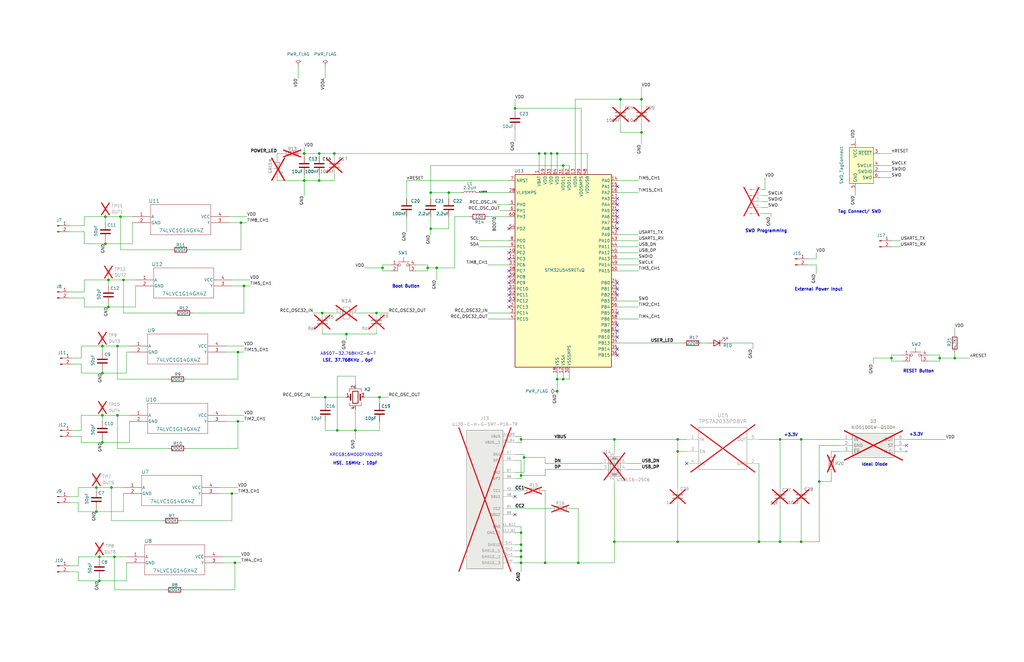
<source format=kicad_sch>
(kicad_sch (version 20231120) (generator "eeschema") (generator_version "8.0")
  (paper "B")
  (junction (at 100.33 177.8))
  (junction (at 43.18 186.69))
  (junction (at 243.84 237.49))
  (junction (at 234.95 160.02))
  (junction (at 134.62 64.77))
  (junction (at -102.87 92.71))
  (junction (at 44.45 91.44))
  (junction (at 219.71 232.41))
  (junction (at -110.49 176.53))
  (junction (at 337.82 228.6))
  (junction (at 41.91 234.95))
  (junction (at 219.71 237.49))
  (junction (at -104.14 176.53))
  (junction (at 135.89 132.08))
  (junction (at 45.72 129.54))
  (junction (at 102.87 120.65))
  (junction (at 140.97 64.77))
  (junction (at -55.88 209.55))
  (junction (at 237.49 69.85))
  (junction (at 49.53 146.05))
  (junction (at 40.64 205.74))
  (junction (at -104.14 147.32))
  (junction (at -53.34 179.07))
  (junction (at -101.6 119.38))
  (junction (at 232.41 64.77))
  (junction (at 219.71 224.79))
  (junction (at 259.08 228.6))
  (junction (at -113.03 217.17))
  (junction (at 375.92 151.13))
  (junction (at -107.95 119.38))
  (junction (at 320.04 228.6))
  (junction (at 100.33 148.59))
  (junction (at 219.71 200.66))
  (junction (at 261.62 41.91))
  (junction (at 134.62 76.2))
  (junction (at 99.06 237.49))
  (junction (at 219.71 229.87))
  (junction (at 285.75 185.42))
  (junction (at 41.91 245.11))
  (junction (at 142.24 181.61))
  (junction (at -110.49 158.75))
  (junction (at -110.49 187.96))
  (junction (at 220.98 193.04))
  (junction (at 396.24 151.13))
  (junction (at 259.08 185.42))
  (junction (at 402.59 151.13))
  (junction (at 181.61 81.28))
  (junction (at 180.34 113.03))
  (junction (at 217.17 45.72))
  (junction (at 149.86 181.61))
  (junction (at -109.22 104.14))
  (junction (at 146.05 140.97))
  (junction (at 234.95 165.1))
  (junction (at -106.68 207.01))
  (junction (at 45.72 118.11))
  (junction (at 181.61 96.52))
  (junction (at 285.75 228.6))
  (junction (at -111.76 246.38))
  (junction (at -53.34 149.86))
  (junction (at 328.93 185.42))
  (junction (at 328.93 228.6))
  (junction (at 345.44 203.2))
  (junction (at -110.49 147.32))
  (junction (at -105.41 236.22))
  (junction (at 161.29 113.03))
  (junction (at 285.75 190.5))
  (junction (at 40.64 215.9))
  (junction (at 43.18 175.26))
  (junction (at -50.8 121.92))
  (junction (at 97.79 208.28))
  (junction (at -111.76 236.22))
  (junction (at 189.23 81.28))
  (junction (at 49.53 175.26))
  (junction (at 337.82 185.42))
  (junction (at -54.61 238.76))
  (junction (at 229.87 64.77))
  (junction (at 46.99 205.74))
  (junction (at 229.87 237.49))
  (junction (at -107.95 130.81))
  (junction (at 270.51 41.91))
  (junction (at 43.18 157.48))
  (junction (at 219.71 185.42))
  (junction (at 50.8 91.44))
  (junction (at 234.95 64.77))
  (junction (at 44.45 102.87))
  (junction (at 184.15 113.03))
  (junction (at -52.07 95.25))
  (junction (at 52.07 118.11))
  (junction (at 48.26 234.95))
  (junction (at 128.27 64.77))
  (junction (at 137.16 167.64))
  (junction (at -113.03 207.01))
  (junction (at -109.22 92.71))
  (junction (at 43.18 146.05))
  (junction (at 128.27 76.2))
  (junction (at 237.49 160.02))
  (junction (at 160.02 167.64))
  (junction (at 158.75 132.08))
  (junction (at 101.6 93.98))
  (junction (at 219.71 234.95))
  (junction (at 270.51 55.88))
  (junction (at 227.33 64.77))
  (no_connect (at 214.63 106.68))
  (no_connect (at 214.63 127))
  (no_connect (at 217.17 209.55))
  (no_connect (at 260.35 119.38))
  (no_connect (at 260.35 124.46))
  (no_connect (at 260.35 147.32))
  (no_connect (at 214.63 109.22))
  (no_connect (at 260.35 88.9))
  (no_connect (at 260.35 137.16))
  (no_connect (at 289.56 195.58))
  (no_connect (at 260.35 139.7))
  (no_connect (at 214.63 121.92))
  (no_connect (at 214.63 129.54))
  (no_connect (at 214.63 124.46))
  (no_connect (at 260.35 83.82))
  (no_connect (at 260.35 86.36))
  (no_connect (at 260.35 93.98))
  (no_connect (at 214.63 114.3))
  (no_connect (at 260.35 78.74))
  (no_connect (at 260.35 121.92))
  (no_connect (at 214.63 119.38))
  (no_connect (at 214.63 116.84))
  (no_connect (at 260.35 149.86))
  (no_connect (at 260.35 96.52))
  (no_connect (at 260.35 91.44))
  (no_connect (at 260.35 132.08))
  (no_connect (at 214.63 96.52))
  (no_connect (at 382.27 187.96))
  (no_connect (at 260.35 142.24))
  (no_connect (at 217.17 217.17))
  (wire (pts (xy 396.24 151.13) (xy 402.59 151.13)))
  (wire (pts (xy 375.92 101.6) (xy 379.73 101.6)))
  (wire (pts (xy -120.65 207.01) (xy -120.65 210.82)))
  (wire (pts (xy 181.61 69.85) (xy 237.49 69.85)))
  (wire (pts (xy 261.62 41.91) (xy 270.51 41.91)))
  (wire (pts (xy -120.65 246.38) (xy -111.76 246.38)))
  (wire (pts (xy 354.33 187.96) (xy 345.44 187.96)))
  (wire (pts (xy 78.74 189.23) (xy 100.33 189.23)))
  (wire (pts (xy -104.14 176.53) (xy -104.14 190.5)))
  (wire (pts (xy 43.18 186.69) (xy 54.61 186.69)))
  (wire (pts (xy -104.14 147.32) (xy -104.14 161.29)))
  (wire (pts (xy 81.28 132.08) (xy 102.87 132.08)))
  (wire (pts (xy 217.17 207.01) (xy 220.98 207.01)))
  (wire (pts (xy 234.95 166.37) (xy 234.95 165.1)))
  (wire (pts (xy 100.33 177.8) (xy 102.87 177.8)))
  (wire (pts (xy 229.87 193.04) (xy 229.87 195.58)))
  (wire (pts (xy 100.33 205.74) (xy 92.71 205.74)))
  (wire (pts (xy -53.34 161.29) (xy -53.34 149.86)))
  (wire (pts (xy 260.35 104.14) (xy 269.24 104.14)))
  (wire (pts (xy 285.75 205.74) (xy 285.75 190.5)))
  (wire (pts (xy 260.35 111.76) (xy 269.24 111.76)))
  (wire (pts (xy -113.03 207.01) (xy -106.68 207.01)))
  (wire (pts (xy 149.86 162.56) (xy 149.86 158.75)))
  (wire (pts (xy 140.97 76.2) (xy 140.97 73.66)))
  (wire (pts (xy 370.84 69.85) (xy 375.92 69.85)))
  (wire (pts (xy -53.34 190.5) (xy -53.34 179.07)))
  (wire (pts (xy 375.92 152.4) (xy 381 152.4)))
  (wire (pts (xy 33.02 215.9) (xy 40.64 215.9)))
  (wire (pts (xy 171.45 91.44) (xy 171.45 97.79)))
  (wire (pts (xy 328.93 228.6) (xy 337.82 228.6)))
  (wire (pts (xy 142.24 158.75) (xy 142.24 181.61)))
  (wire (pts (xy 370.84 74.93) (xy 375.92 74.93)))
  (wire (pts (xy 229.87 207.01) (xy 229.87 237.49)))
  (wire (pts (xy -120.65 242.57) (xy -120.65 246.38)))
  (wire (pts (xy 33.02 209.55) (xy 33.02 205.74)))
  (wire (pts (xy 375.92 151.13) (xy 375.92 152.4)))
  (wire (pts (xy 360.68 80.01) (xy 360.68 82.55)))
  (wire (pts (xy 50.8 105.41) (xy 72.39 105.41)))
  (wire (pts (xy 153.67 113.03) (xy 161.29 113.03)))
  (wire (pts (xy 40.64 205.74) (xy 40.64 207.01)))
  (wire (pts (xy 50.8 91.44) (xy 55.88 91.44)))
  (wire (pts (xy -55.88 209.55) (xy -53.34 209.55)))
  (wire (pts (xy -74.93 161.29) (xy -53.34 161.29)))
  (wire (pts (xy 184.15 113.03) (xy 191.77 113.03)))
  (wire (pts (xy 46.99 205.74) (xy 46.99 219.71)))
  (wire (pts (xy -109.22 92.71) (xy -102.87 92.71)))
  (wire (pts (xy 344.17 111.76) (xy 344.17 115.57)))
  (wire (pts (xy 128.27 64.77) (xy 134.62 64.77)))
  (wire (pts (xy 137.16 167.64) (xy 137.16 170.18)))
  (wire (pts (xy 234.95 64.77) (xy 247.65 64.77)))
  (wire (pts (xy -104.14 190.5) (xy -82.55 190.5)))
  (wire (pts (xy 29.21 212.09) (xy 33.02 212.09)))
  (wire (pts (xy 217.17 41.91) (xy 217.17 45.72)))
  (wire (pts (xy 29.21 241.3) (xy 33.02 241.3)))
  (wire (pts (xy -77.47 220.98) (xy -55.88 220.98)))
  (wire (pts (xy 100.33 148.59) (xy 95.25 148.59)))
  (wire (pts (xy 128.27 62.23) (xy 128.27 64.77)))
  (wire (pts (xy 240.03 69.85) (xy 237.49 69.85)))
  (wire (pts (xy 146.05 140.97) (xy 158.75 140.97)))
  (wire (pts (xy 181.61 91.44) (xy 181.61 96.52)))
  (wire (pts (xy -118.11 119.38) (xy -107.95 119.38)))
  (wire (pts (xy 130.81 167.64) (xy 137.16 167.64)))
  (wire (pts (xy -111.76 236.22) (xy -105.41 236.22)))
  (wire (pts (xy 328.93 205.74) (xy 328.93 185.42)))
  (wire (pts (xy 285.75 190.5) (xy 285.75 185.42)))
  (wire (pts (xy 217.17 222.25) (xy 219.71 222.25)))
  (wire (pts (xy 181.61 81.28) (xy 189.23 81.28)))
  (wire (pts (xy 132.08 132.08) (xy 135.89 132.08)))
  (wire (pts (xy 322.58 80.01) (xy 321.31 80.01)))
  (wire (pts (xy 105.41 118.11) (xy 97.79 118.11)))
  (wire (pts (xy -109.22 104.14) (xy -97.79 104.14)))
  (wire (pts (xy 217.17 234.95) (xy 219.71 234.95)))
  (wire (pts (xy 184.15 118.11) (xy 184.15 113.03)))
  (wire (pts (xy 30.48 184.15) (xy 34.29 184.15)))
  (wire (pts (xy 219.71 185.42) (xy 219.71 186.69)))
  (wire (pts (xy 55.88 102.87) (xy 55.88 93.98)))
  (wire (pts (xy 135.89 139.7) (xy 135.89 140.97)))
  (wire (pts (xy 35.56 129.54) (xy 45.72 129.54)))
  (wire (pts (xy -120.65 217.17) (xy -113.03 217.17)))
  (wire (pts (xy 402.59 151.13) (xy 408.94 151.13)))
  (wire (pts (xy -53.34 149.86) (xy -58.42 149.86)))
  (wire (pts (xy 45.72 120.65) (xy 45.72 118.11)))
  (wire (pts (xy 217.17 214.63) (xy 232.41 214.63)))
  (wire (pts (xy 229.87 64.77) (xy 227.33 64.77)))
  (wire (pts (xy 30.48 181.61) (xy 34.29 181.61)))
  (wire (pts (xy 161.29 111.76) (xy 161.29 113.03)))
  (wire (pts (xy 345.44 203.2) (xy 345.44 228.6)))
  (wire (pts (xy -107.95 119.38) (xy -101.6 119.38)))
  (wire (pts (xy 99.06 237.49) (xy 93.98 237.49)))
  (wire (pts (xy 320.04 185.42) (xy 328.93 185.42)))
  (wire (pts (xy -104.14 176.53) (xy -99.06 176.53)))
  (wire (pts (xy 158.75 139.7) (xy 158.75 140.97)))
  (wire (pts (xy 337.82 228.6) (xy 345.44 228.6)))
  (wire (pts (xy -99.06 187.96) (xy -99.06 179.07)))
  (wire (pts (xy 229.87 195.58) (xy 254 195.58)))
  (wire (pts (xy 41.91 243.84) (xy 41.91 245.11)))
  (wire (pts (xy 137.16 181.61) (xy 142.24 181.61)))
  (wire (pts (xy -120.65 236.22) (xy -111.76 236.22)))
  (wire (pts (xy 33.02 205.74) (xy 40.64 205.74)))
  (wire (pts (xy 142.24 181.61) (xy 149.86 181.61)))
  (wire (pts (xy 259.08 228.6) (xy 285.75 228.6)))
  (wire (pts (xy 48.26 234.95) (xy 48.26 248.92)))
  (wire (pts (xy 260.35 106.68) (xy 269.24 106.68)))
  (wire (pts (xy 321.31 82.55) (xy 323.85 82.55)))
  (wire (pts (xy 240.03 160.02) (xy 237.49 160.02)))
  (wire (pts (xy -110.49 179.07) (xy -110.49 176.53)))
  (wire (pts (xy 285.75 185.42) (xy 289.56 185.42)))
  (wire (pts (xy 97.79 208.28) (xy 100.33 208.28)))
  (wire (pts (xy 201.93 101.6) (xy 214.63 101.6)))
  (wire (pts (xy 242.57 41.91) (xy 261.62 41.91)))
  (wire (pts (xy 217.17 194.31) (xy 219.71 194.31)))
  (wire (pts (xy 33.02 238.76) (xy 33.02 234.95)))
  (wire (pts (xy 370.84 64.77) (xy 375.92 64.77)))
  (wire (pts (xy -101.6 119.38) (xy -96.52 119.38)))
  (wire (pts (xy -118.11 127) (xy -118.11 130.81)))
  (wire (pts (xy 260.35 99.06) (xy 269.24 99.06)))
  (wire (pts (xy 240.03 157.48) (xy 240.03 160.02)))
  (wire (pts (xy 149.86 181.61) (xy 149.86 185.42)))
  (wire (pts (xy -110.49 186.69) (xy -110.49 187.96)))
  (wire (pts (xy 53.34 157.48) (xy 53.34 148.59)))
  (wire (pts (xy -119.38 176.53) (xy -110.49 176.53)))
  (wire (pts (xy 54.61 186.69) (xy 54.61 177.8)))
  (wire (pts (xy 29.21 209.55) (xy 33.02 209.55)))
  (wire (pts (xy 100.33 160.02) (xy 100.33 148.59)))
  (wire (pts (xy 205.74 111.76) (xy 214.63 111.76)))
  (wire (pts (xy 29.21 97.79) (xy 35.56 97.79)))
  (wire (pts (xy 160.02 181.61) (xy 149.86 181.61)))
  (wire (pts (xy 134.62 64.77) (xy 140.97 64.77)))
  (wire (pts (xy -73.66 106.68) (xy -52.07 106.68)))
  (wire (pts (xy 375.92 149.86) (xy 375.92 151.13)))
  (wire (pts (xy 217.17 45.72) (xy 217.17 46.99)))
  (wire (pts (xy 220.98 193.04) (xy 220.98 191.77)))
  (wire (pts (xy 153.67 167.64) (xy 160.02 167.64)))
  (wire (pts (xy 180.34 111.76) (xy 180.34 113.03)))
  (wire (pts (xy 354.33 190.5) (xy 350.52 190.5)))
  (wire (pts (xy 34.29 184.15) (xy 34.29 186.69)))
  (wire (pts (xy 43.18 156.21) (xy 43.18 157.48)))
  (wire (pts (xy 402.59 148.59) (xy 402.59 151.13)))
  (wire (pts (xy 43.18 157.48) (xy 53.34 157.48)))
  (wire (pts (xy 180.34 113.03) (xy 180.34 114.3)))
  (wire (pts (xy 101.6 105.41) (xy 101.6 93.98)))
  (wire (pts (xy 382.27 185.42) (xy 398.78 185.42)))
  (wire (pts (xy 41.91 236.22) (xy 41.91 234.95)))
  (wire (pts (xy 260.35 129.54) (xy 269.24 129.54)))
  (wire (pts (xy 45.72 129.54) (xy 57.15 129.54)))
  (wire (pts (xy -109.22 95.25) (xy -109.22 92.71)))
  (wire (pts (xy 49.53 146.05) (xy 49.53 160.02)))
  (wire (pts (xy -120.65 213.36) (xy -120.65 217.17)))
  (wire (pts (xy -52.07 95.25) (xy -49.53 95.25)))
  (wire (pts (xy 219.71 224.79) (xy 217.17 224.79)))
  (wire (pts (xy 116.84 64.77) (xy 116.84 66.04)))
  (wire (pts (xy 260.35 81.28) (xy 269.24 81.28)))
  (wire (pts (xy 325.12 90.17) (xy 325.12 91.44)))
  (wire (pts (xy 128.27 76.2) (xy 134.62 76.2)))
  (wire (pts (xy 237.49 71.12) (xy 237.49 69.85)))
  (wire (pts (xy 44.45 93.98) (xy 44.45 91.44)))
  (wire (pts (xy 101.6 93.98) (xy 104.14 93.98)))
  (wire (pts (xy 217.17 232.41) (xy 219.71 232.41)))
  (wire (pts (xy 396.24 151.13) (xy 396.24 152.4)))
  (wire (pts (xy 146.05 143.51) (xy 146.05 140.97)))
  (wire (pts (xy 100.33 177.8) (xy 95.25 177.8)))
  (wire (pts (xy 160.02 167.64) (xy 163.83 167.64)))
  (wire (pts (xy 285.75 228.6) (xy 320.04 228.6)))
  (wire (pts (xy 34.29 157.48) (xy 43.18 157.48)))
  (wire (pts (xy 158.75 132.08) (xy 163.83 132.08)))
  (wire (pts (xy 298.45 144.78) (xy 295.91 144.78)))
  (wire (pts (xy 48.26 248.92) (xy 69.85 248.92)))
  (wire (pts (xy 35.56 91.44) (xy 44.45 91.44)))
  (wire (pts (xy 40.64 215.9) (xy 52.07 215.9)))
  (wire (pts (xy 43.18 175.26) (xy 49.53 175.26)))
  (wire (pts (xy 217.17 229.87) (xy 219.71 229.87)))
  (wire (pts (xy -105.41 236.22) (xy -100.33 236.22)))
  (wire (pts (xy 137.16 27.94) (xy 137.16 33.02)))
  (wire (pts (xy 161.29 114.3) (xy 165.1 114.3)))
  (wire (pts (xy -118.11 104.14) (xy -109.22 104.14)))
  (wire (pts (xy -52.07 236.22) (xy -59.69 236.22)))
  (wire (pts (xy -118.11 92.71) (xy -109.22 92.71)))
  (wire (pts (xy 116.84 73.66) (xy 116.84 76.2)))
  (wire (pts (xy 350.52 190.5) (xy 350.52 191.77)))
  (wire (pts (xy 344.17 106.68) (xy 344.17 109.22)))
  (wire (pts (xy -110.49 149.86) (xy -110.49 147.32)))
  (wire (pts (xy 180.34 114.3) (xy 175.26 114.3)))
  (wire (pts (xy 49.53 175.26) (xy 54.61 175.26)))
  (wire (pts (xy 189.23 81.28) (xy 194.31 81.28)))
  (wire (pts (xy 217.17 191.77) (xy 220.98 191.77)))
  (wire (pts (xy 205.74 134.62) (xy 214.63 134.62)))
  (wire (pts (xy 35.56 102.87) (xy 44.45 102.87)))
  (wire (pts (xy 50.8 91.44) (xy 50.8 105.41)))
  (wire (pts (xy -110.49 147.32) (xy -104.14 147.32)))
  (wire (pts (xy 205.74 91.44) (xy 214.63 91.44)))
  (wire (pts (xy 43.18 146.05) (xy 49.53 146.05)))
  (wire (pts (xy 320.04 195.58) (xy 320.04 228.6)))
  (wire (pts (xy -104.14 161.29) (xy -82.55 161.29)))
  (wire (pts (xy 35.56 97.79) (xy 35.56 102.87)))
  (wire (pts (xy 191.77 91.44) (xy 198.12 91.44)))
  (wire (pts (xy 245.11 45.72) (xy 245.11 71.12)))
  (wire (pts (xy -113.03 207.01) (xy -113.03 208.28)))
  (wire (pts (xy 219.71 200.66) (xy 219.71 201.93)))
  (wire (pts (xy -50.8 121.92) (xy -48.26 121.92)))
  (wire (pts (xy 44.45 101.6) (xy 44.45 102.87)))
  (wire (pts (xy 228.6 207.01) (xy 229.87 207.01)))
  (wire (pts (xy 337.82 185.42) (xy 337.82 205.74)))
  (wire (pts (xy 260.35 127) (xy 269.24 127)))
  (wire (pts (xy -119.38 152.4) (xy -119.38 147.32)))
  (wire (pts (xy 30.48 153.67) (xy 34.29 153.67)))
  (wire (pts (xy 97.79 208.28) (xy 92.71 208.28)))
  (wire (pts (xy 171.45 76.2) (xy 171.45 83.82)))
  (wire (pts (xy -104.14 147.32) (xy -99.06 147.32)))
  (wire (pts (xy -50.8 121.92) (xy -55.88 121.92)))
  (wire (pts (xy -118.11 96.52) (xy -118.11 92.71)))
  (wire (pts (xy 340.36 109.22) (xy 344.17 109.22)))
  (wire (pts (xy -120.65 236.22) (xy -120.65 240.03)))
  (wire (pts (xy 219.71 237.49) (xy 217.17 237.49)))
  (wire (pts (xy 259.08 228.6) (xy 259.08 237.49)))
  (wire (pts (xy -101.6 119.38) (xy -101.6 133.35)))
  (wire (pts (xy 201.93 104.14) (xy 214.63 104.14)))
  (wire (pts (xy -118.11 99.06) (xy -118.11 104.14)))
  (wire (pts (xy 149.86 158.75) (xy 142.24 158.75)))
  (wire (pts (xy 217.17 45.72) (xy 245.11 45.72)))
  (wire (pts (xy 217.17 54.61) (xy 217.17 59.69)))
  (wire (pts (xy 261.62 44.45) (xy 261.62 41.91)))
  (wire (pts (xy 100.33 148.59) (xy 102.87 148.59)))
  (wire (pts (xy -119.38 147.32) (xy -110.49 147.32)))
  (wire (pts (xy 44.45 91.44) (xy 50.8 91.44)))
  (wire (pts (xy 52.07 118.11) (xy 52.07 132.08)))
  (wire (pts (xy 102.87 146.05) (xy 95.25 146.05)))
  (wire (pts (xy 370.84 72.39) (xy 375.92 72.39)))
  (wire (pts (xy 49.53 189.23) (xy 71.12 189.23)))
  (wire (pts (xy 165.1 111.76) (xy 161.29 111.76)))
  (wire (pts (xy 33.02 245.11) (xy 41.91 245.11)))
  (wire (pts (xy 220.98 193.04) (xy 229.87 193.04)))
  (wire (pts (xy 270.51 41.91) (xy 270.51 44.45)))
  (wire (pts (xy 234.95 160.02) (xy 237.49 160.02)))
  (wire (pts (xy 137.16 167.64) (xy 146.05 167.64)))
  (wire (pts (xy 219.71 222.25) (xy 219.71 224.79)))
  (wire (pts (xy 161.29 113.03) (xy 161.29 114.3)))
  (wire (pts (xy 135.89 140.97) (xy 146.05 140.97)))
  (wire (pts (xy 260.35 101.6) (xy 269.24 101.6)))
  (wire (pts (xy 234.95 160.02) (xy 234.95 157.48)))
  (wire (pts (xy 259.08 190.5) (xy 259.08 185.42)))
  (wire (pts (xy 219.71 237.49) (xy 219.71 241.3)))
  (wire (pts (xy 40.64 214.63) (xy 40.64 215.9)))
  (wire (pts (xy 229.87 64.77) (xy 229.87 71.12)))
  (wire (pts (xy -72.39 133.35) (xy -50.8 133.35)))
  (wire (pts (xy 29.21 125.73) (xy 35.56 125.73)))
  (wire (pts (xy 102.87 120.65) (xy 97.79 120.65)))
  (wire (pts (xy 229.87 64.77) (xy 232.41 64.77)))
  (wire (pts (xy 337.82 213.36) (xy 337.82 228.6)))
  (wire (pts (xy 101.6 93.98) (xy 96.52 93.98)))
  (wire (pts (xy 41.91 234.95) (xy 48.26 234.95)))
  (wire (pts (xy 205.74 132.08) (xy 214.63 132.08)))
  (wire (pts (xy 35.56 123.19) (xy 35.56 118.11)))
  (wire (pts (xy 340.36 111.76) (xy 344.17 111.76)))
  (wire (pts (xy -50.8 147.32) (xy -58.42 147.32)))
  (wire (pts (xy 219.71 234.95) (xy 219.71 237.49)))
  (wire (pts (xy 34.29 151.13) (xy 30.48 151.13)))
  (wire (pts (xy 43.18 185.42) (xy 43.18 186.69)))
  (wire (pts (xy -105.41 250.19) (xy -83.82 250.19)))
  (wire (pts (xy 102.87 175.26) (xy 95.25 175.26)))
  (wire (pts (xy 149.86 172.72) (xy 149.86 181.61)))
  (wire (pts (xy -53.34 179.07) (xy -58.42 179.07)))
  (wire (pts (xy 232.41 64.77) (xy 234.95 64.77)))
  (wire (pts (xy 219.71 201.93) (xy 217.17 201.93)))
  (wire (pts (xy -102.87 106.68) (xy -81.28 106.68)))
  (wire (pts (xy 34.29 146.05) (xy 34.29 151.13)))
  (wire (pts (xy -55.88 220.98) (xy -55.88 209.55)))
  (wire (pts (xy -52.07 106.68) (xy -52.07 95.25)))
  (wire (pts (xy 261.62 52.07) (xy 261.62 55.88)))
  (wire (pts (xy -111.76 237.49) (xy -111.76 236.22)))
  (wire (pts (xy 345.44 187.96) (xy 345.44 203.2)))
  (wire (pts (xy 76.2 219.71) (xy 97.79 219.71)))
  (wire (pts (xy 259.08 185.42) (xy 285.75 185.42)))
  (wire (pts (xy -100.33 246.38) (xy -100.33 238.76)))
  (wire (pts (xy -76.2 250.19) (xy -54.61 250.19)))
  (wire (pts (xy 270.51 55.88) (xy 270.51 52.07)))
  (wire (pts (xy -96.52 130.81) (xy -96.52 121.92)))
  (wire (pts (xy -106.68 207.01) (xy -106.68 220.98)))
  (wire (pts (xy 391.16 149.86) (xy 396.24 149.86)))
  (wire (pts (xy -113.03 215.9) (xy -113.03 217.17)))
  (wire (pts (xy 337.82 185.42) (xy 354.33 185.42)))
  (wire (pts (xy 181.61 96.52) (xy 189.23 96.52)))
  (wire (pts (xy 97.79 219.71) (xy 97.79 208.28)))
  (wire (pts (xy 259.08 185.42) (xy 219.71 185.42)))
  (wire (pts (xy 116.84 64.77) (xy 119.38 64.77)))
  (wire (pts (xy 52.07 132.08) (xy 73.66 132.08)))
  (wire (pts (xy 259.08 203.2) (xy 259.08 228.6)))
  (wire (pts (xy -102.87 92.71) (xy -97.79 92.71)))
  (wire (pts (xy 99.06 248.92) (xy 99.06 237.49)))
  (wire (pts (xy 328.93 185.42) (xy 337.82 185.42)))
  (wire (pts (xy 232.41 64.77) (xy 232.41 71.12)))
  (wire (pts (xy 209.55 86.36) (xy 214.63 86.36)))
  (wire (pts (xy 240.03 214.63) (xy 243.84 214.63)))
  (wire (pts (xy 321.31 90.17) (xy 325.12 90.17)))
  (wire (pts (xy -106.68 207.01) (xy -101.6 207.01)))
  (wire (pts (xy 321.31 85.09) (xy 323.85 85.09)))
  (wire (pts (xy 140.97 64.77) (xy 140.97 66.04)))
  (wire (pts (xy 45.72 128.27) (xy 45.72 129.54)))
  (wire (pts (xy -105.41 236.22) (xy -105.41 250.19)))
  (wire (pts (xy 285.75 213.36) (xy 285.75 228.6)))
  (wire (pts (xy -119.38 180.34) (xy -119.38 176.53)))
  (wire (pts (xy 219.71 237.49) (xy 229.87 237.49)))
  (wire (pts (xy -107.95 130.81) (xy -96.52 130.81)))
  (wire (pts (xy 229.87 198.12) (xy 254 198.12)))
  (wire (pts (xy 134.62 73.66) (xy 134.62 76.2)))
  (wire (pts (xy -54.61 238.76) (xy -59.69 238.76)))
  (wire (pts (xy -101.6 217.17) (xy -101.6 209.55)))
  (wire (pts (xy 322.58 74.93) (xy 322.58 80.01)))
  (wire (pts (xy 321.31 87.63) (xy 323.85 87.63)))
  (wire (pts (xy 181.61 96.52) (xy 181.61 99.06)))
  (wire (pts (xy 402.59 138.43) (xy 402.59 140.97)))
  (wire (pts (xy 264.16 195.58) (xy 270.51 195.58)))
  (wire (pts (xy 34.29 153.67) (xy 34.29 157.48)))
  (wire (pts (xy 43.18 148.59) (xy 43.18 146.05)))
  (wire (pts (xy 181.61 69.85) (xy 181.61 81.28)))
  (wire (pts (xy -110.49 187.96) (xy -99.06 187.96)))
  (wire (pts (xy 46.99 219.71) (xy 68.58 219.71)))
  (wire (pts (xy 128.27 64.77) (xy 128.27 66.04)))
  (wire (pts (xy 53.34 148.59) (xy 54.61 148.59)))
  (wire (pts (xy -55.88 209.55) (xy -60.96 209.55)))
  (wire (pts (xy 151.13 132.08) (xy 158.75 132.08)))
  (wire (pts (xy -100.33 149.86) (xy -99.06 149.86)))
  (wire (pts (xy 116.84 76.2) (xy 128.27 76.2)))
  (wire (pts (xy 229.87 237.49) (xy 243.84 237.49)))
  (wire (pts (xy 102.87 120.65) (xy 105.41 120.65)))
  (wire (pts (xy -50.8 133.35) (xy -50.8 121.92)))
  (wire (pts (xy 134.62 66.04) (xy 134.62 64.77)))
  (wire (pts (xy 368.3 151.13) (xy 375.92 151.13)))
  (wire (pts (xy 247.65 71.12) (xy 247.65 64.77)))
  (wire (pts (xy -106.68 220.98) (xy -85.09 220.98)))
  (wire (pts (xy 396.24 149.86) (xy 396.24 151.13)))
  (wire (pts (xy 160.02 167.64) (xy 160.02 170.18)))
  (wire (pts (xy 360.68 58.42) (xy 360.68 59.69)))
  (wire (pts (xy 260.35 114.3) (xy 269.24 114.3)))
  (wire (pts (xy 328.93 213.36) (xy 328.93 228.6)))
  (wire (pts (xy 135.89 132.08) (xy 140.97 132.08)))
  (wire (pts (xy -111.76 245.11) (xy -111.76 246.38)))
  (wire (pts (xy -113.03 217.17) (xy -101.6 217.17)))
  (wire (pts (xy 219.71 224.79) (xy 219.71 229.87)))
  (wire (pts (xy 34.29 146.05) (xy 43.18 146.05)))
  (wire (pts (xy -107.95 129.54) (xy -107.95 130.81)))
  (wire (pts (xy 391.16 152.4) (xy 396.24 152.4)))
  (wire (pts (xy 234.95 71.12) (xy 234.95 64.77)))
  (wire (pts (xy -109.22 102.87) (xy -109.22 104.14)))
  (wire (pts (xy 78.74 160.02) (xy 100.33 160.02)))
  (wire (pts (xy -54.61 250.19) (xy -54.61 238.76)))
  (wire (pts (xy 33.02 234.95) (xy 41.91 234.95)))
  (wire (pts (xy 52.07 215.9) (xy 52.07 208.28)))
  (wire (pts (xy 270.51 36.83) (xy 270.51 41.91)))
  (wire (pts (xy 234.95 165.1) (xy 234.95 160.02)))
  (wire (pts (xy 80.01 105.41) (xy 101.6 105.41)))
  (wire (pts (xy 127 64.77) (xy 128.27 64.77)))
  (wire (pts (xy 41.91 245.11) (xy 53.34 245.11)))
  (wire (pts (xy -119.38 158.75) (xy -110.49 158.75)))
  (wire (pts (xy 34.29 181.61) (xy 34.29 175.26)))
  (wire (pts (xy 261.62 55.88) (xy 270.51 55.88)))
  (wire (pts (xy -52.07 95.25) (xy -57.15 95.25)))
  (wire (pts (xy 53.34 245.11) (xy 53.34 237.49)))
  (wire (pts (xy 57.15 129.54) (xy 57.15 120.65)))
  (wire (pts (xy 128.27 73.66) (xy 128.27 76.2)))
  (wire (pts (xy 260.35 76.2) (xy 269.24 76.2)))
  (wire (pts (xy 77.47 248.92) (xy 99.06 248.92)))
  (wire (pts (xy 134.62 76.2) (xy 140.97 76.2)))
  (wire (pts (xy 43.18 177.8) (xy 43.18 175.26)))
  (wire (pts (xy 219.71 184.15) (xy 219.71 185.42)))
  (wire (pts (xy 229.87 200.66) (xy 229.87 198.12)))
  (wire (pts (xy 217.17 199.39) (xy 220.98 199.39)))
  (wire (pts (xy 217.17 184.15) (xy 219.71 184.15)))
  (wire (pts (xy 128.27 76.2) (xy 128.27 82.55)))
  (wire (pts (xy 180.34 113.03) (xy 184.15 113.03)))
  (wire (pts (xy -119.38 154.94) (xy -119.38 158.75)))
  (wire (pts (xy 49.53 175.26) (xy 49.53 189.23)))
  (wire (pts (xy 381 149.86) (xy 375.92 149.86)))
  (wire (pts (xy 102.87 132.08) (xy 102.87 120.65)))
  (wire (pts (xy 220.98 199.39) (xy 220.98 193.04)))
  (wire (pts (xy 260.35 109.22) (xy 269.24 109.22)))
  (wire (pts (xy 219.71 194.31) (xy 219.71 200.66)))
  (wire (pts (xy 320.04 228.6) (xy 328.93 228.6)))
  (wire (pts (xy 100.33 189.23) (xy 100.33 177.8)))
  (wire (pts (xy -49.53 92.71) (xy -57.15 92.71)))
  (wire (pts (xy -53.34 179.07) (xy -50.8 179.07)))
  (wire (pts (xy -50.8 176.53) (xy -58.42 176.53)))
  (wire (pts (xy 104.14 91.44) (xy 96.52 91.44)))
  (wire (pts (xy 34.29 186.69) (xy 43.18 186.69)))
  (wire (pts (xy 242.57 41.91) (xy 242.57 71.12)))
  (wire (pts (xy -120.65 207.01) (xy -113.03 207.01)))
  (wire (pts (xy 375.92 104.14) (xy 379.73 104.14)))
  (wire (pts (xy -53.34 149.86) (xy -50.8 149.86)))
  (wire (pts (xy 48.26 234.95) (xy 53.34 234.95)))
  (wire (pts (xy 171.45 76.2) (xy 214.63 76.2)))
  (wire (pts (xy 317.5 144.78) (xy 306.07 144.78)))
  (wire (pts (xy -97.79 104.14) (xy -97.79 95.25)))
  (wire (pts (xy 140.97 64.77) (xy 227.33 64.77)))
  (wire (pts (xy -110.49 176.53) (xy -104.14 176.53)))
  (wire (pts (xy 260.35 144.78) (xy 288.29 144.78)))
  (wire (pts (xy 49.53 146.05) (xy 54.61 146.05)))
  (wire (pts (xy 350.52 203.2) (xy 350.52 199.39)))
  (wire (pts (xy 345.44 203.2) (xy 350.52 203.2)))
  (wire (pts (xy 227.33 64.77) (xy 227.33 71.12)))
  (wire (pts (xy 34.29 175.26) (xy 43.18 175.26)))
  (wire (pts (xy 181.61 81.28) (xy 181.61 83.82)))
  (wire (pts (xy 259.08 237.49) (xy 243.84 237.49)))
  (wire (pts (xy 219.71 229.87) (xy 219.71 232.41)))
  (wire (pts (xy 35.56 125.73) (xy 35.56 129.54)))
  (wire (pts (xy -101.6 133.35) (xy -80.01 133.35)))
  (wire (pts (xy 240.03 69.85) (xy 240.03 71.12)))
  (wire (pts (xy 52.07 118.11) (xy 57.15 118.11)))
  (wire (pts (xy 368.3 151.13) (xy 368.3 153.67)))
  (wire (pts (xy 210.82 88.9) (xy 214.63 88.9)))
  (wire (pts (xy 264.16 198.12) (xy 270.51 198.12)))
  (wire (pts (xy 40.64 205.74) (xy 46.99 205.74)))
  (wire (pts (xy -102.87 92.71) (xy -102.87 106.68)))
  (wire (pts (xy 45.72 118.11) (xy 52.07 118.11)))
  (wire (pts (xy -110.49 158.75) (xy -100.33 158.75)))
  (wire (pts (xy 201.93 81.28) (xy 214.63 81.28)))
  (wire (pts (xy -119.38 182.88) (xy -119.38 187.96)))
  (wire (pts (xy -74.93 190.5) (xy -53.34 190.5)))
  (wire (pts (xy -48.26 119.38) (xy -55.88 119.38)))
  (wire (pts (xy 44.45 102.87) (xy 55.88 102.87)))
  (wire (pts (xy 237.49 160.02) (xy 237.49 157.48)))
  (wire (pts (xy 175.26 111.76) (xy 180.34 111.76)))
  (wire (pts (xy 99.06 237.49) (xy 101.6 237.49)))
  (wire (pts (xy 35.56 95.25) (xy 35.56 91.44)))
  (wire (pts (xy 29.21 238.76) (xy 33.02 238.76)))
  (wire (pts (xy 285.75 190.5) (xy 289.56 190.5)))
  (wire (pts (xy -111.76 246.38) (xy -100.33 246.38)))
  (wire (pts (xy -110.49 157.48) (xy -110.49 158.75)))
  (wire (pts (xy -100.33 158.75) (xy -100.33 149.86)))
  (wire (pts (xy 260.35 134.62) (xy 269.24 134.62)))
  (wire (pts (xy -118.11 119.38) (xy -118.11 124.46)))
  (wire (pts (xy 219.71 200.66) (xy 229.87 200.66)))
  (wire (pts (xy 219.71 232.41) (xy 219.71 234.95)))
  (wire (pts (xy 270.51 55.88) (xy 270.51 60.96)))
  (wire (pts (xy 49.53 160.02) (xy 71.12 160.02)))
  (wire (pts (xy -118.11 130.81) (xy -107.95 130.81)))
  (wire (pts (xy -119.38 187.96) (xy -110.49 187.96)))
  (wire (pts (xy 33.02 241.3) (xy 33.02 245.11)))
  (wire (pts (xy -107.95 121.92) (xy -107.95 119.38)))
  (wire (pts (xy 46.99 205.74) (xy 52.07 205.74)))
  (wire (pts (xy 29.21 123.19) (xy 35.56 123.19)))
  (wire (pts (xy -54.61 238.76) (xy -52.07 238.76)))
  (wire (pts (xy 137.16 177.8) (xy 137.16 181.61)))
  (wire (pts (xy 33.02 212.09) (xy 33.02 215.9)))
  (wire (pts (xy -53.34 207.01) (xy -60.96 207.01)))
  (wire (pts (xy 189.23 81.28) (xy 189.23 83.82)))
  (wire (pts (xy 101.6 234.95) (xy 93.98 234.95)))
  (wire (pts (xy 191.77 91.44) (xy 191.77 113.03)))
  (wire (pts (xy 189.23 91.44) (xy 189.23 96.52)))
  (wire (pts (xy 125.73 27.94) (xy 125.73 33.02)))
  (wire (pts (xy 160.02 177.8) (xy 160.02 181.61)))
  (wire (pts (xy 29.21 95.25) (xy 35.56 95.25)))
  (wire (pts (xy 219.71 186.69) (xy 217.17 186.69)))
  (wire (pts (xy 243.84 214.63) (xy 243.84 237.49)))
  (wire (pts (xy 35.56 118.11) (xy 45.72 118.11)))
  (wire (pts (xy 317.5 144.78) (xy 317.5 147.32)))
  (text "XRCGB16M000FXN02R0" (at 150.114 192.024 0) (effects (font (size 1.27 1.27))))
  (text "+3.3V\n" (at 333.502 183.642 0) (effects (font (size 1.27 1.27) (thickness 0.254) (bold yes))))
  (text "External Power Input\n" (at 345.186 122.174 0) (effects (font (size 1.27 1.27) (thickness 0.254) (bold yes))))
  (text "RESET Button" (at 387.35 156.718 0) (effects (font (size 1.27 1.27) (thickness 0.254) (bold yes))))
  (text "Tag Connect/ SWD\n\n" (at 362.458 90.424 0) (effects (font (size 1.27 1.27) (thickness 0.254) (bold yes))))
  (text "HSE, 16MHz , 10pF\n\n" (at 149.86 196.596 0) (effects (font (size 1.27 1.27) (thickness 0.254) (bold yes))))
  (text "+3.3V\n" (at 386.334 183.388 0) (effects (font (size 1.27 1.27) (thickness 0.254) (bold yes))))
  (text "ABS07-32.768KHZ-6-T" (at 146.812 149.352 0) (effects (font (size 1.27 1.27))))
  (text "LSE, 37.768KHz , 6pF\n\n" (at 146.812 153.162 0) (effects (font (size 1.27 1.27) (thickness 0.254) (bold yes))))
  (text "SWD Programming\n" (at 323.088 97.536 0) (effects (font (size 1.27 1.27) (thickness 0.254) (bold yes))))
  (text "Ideal Diode\n" (at 368.808 196.088 0) (effects (font (size 1.27 1.27) (thickness 0.254) (bold yes))))
  (text "Boot Button" (at 171.196 120.904 0) (effects (font (size 1.27 1.27) (thickness 0.254) (bold yes))))
  (label "SWCLK" (at 269.24 111.76 0))
  (label "CC1" (at 217.17 207.01 0) (effects (font (thickness 0.254) (bold yes))))
  (label "GND" (at -110.49 158.75 270))
  (label "GND" (at 40.64 215.9 270))
  (label "GND" (at 128.27 82.55 270))
  (label "VDD" (at -50.8 176.53 0))
  (label "VBUS" (at 233.68 185.42 0) (effects (font (thickness 0.254) (bold yes))))
  (label "RCC_OSC32_IN" (at 205.74 132.08 180))
  (label "GND" (at 317.5 147.32 270))
  (label "SWO" (at 323.85 87.63 0))
  (label "VDD" (at 360.68 58.42 90))
  (label "VDD" (at 344.17 106.68 0))
  (label "SWO" (at 269.24 127 0))
  (label "SWDIO" (at 269.24 109.22 0))
  (label "TIM15_CH1" (at 269.24 81.28 0))
  (label "TIM5_CH1" (at 269.24 76.2 0))
  (label "VDD" (at 102.87 146.05 0))
  (label "GND" (at -107.95 130.81 270))
  (label "GND" (at 217.17 59.69 270))
  (label "GND" (at -113.03 217.17 270))
  (label "RCC_OSC_IN" (at 209.55 86.36 180))
  (label "VLXSMPS" (at 201.93 81.28 0) (effects (font (size 0.508 0.508))))
  (label "GND" (at 219.71 241.3 270) (effects (font (thickness 0.254) (bold yes))))
  (label "SWO" (at 375.92 74.93 0))
  (label "RCC_OSC_OUT" (at 163.83 167.64 0))
  (label "SCL" (at 201.93 101.6 180))
  (label "TIM5_CH1" (at 105.41 120.65 0))
  (label "TIM4_CH1" (at -52.07 238.76 0))
  (label "GND" (at 184.15 118.11 270))
  (label "BOOT0" (at 209.55 91.44 270))
  (label "GND" (at 181.61 99.06 270))
  (label "USB_DN" (at 270.51 195.58 0) (effects (font (thickness 0.254) (bold yes))))
  (label "nRESET" (at 375.92 64.77 0))
  (label "GND" (at 44.45 102.87 270))
  (label "SDA" (at 201.93 104.14 180))
  (label "USART1_TX" (at 269.24 99.06 0))
  (label "DN" (at 233.68 195.58 0) (effects (font (thickness 0.254) (bold yes))))
  (label "VDD" (at 217.17 41.91 0))
  (label "RCC_OSC32_IN" (at 132.08 132.08 180))
  (label "TIM2_CH1" (at 269.24 129.54 0))
  (label "GND" (at -111.76 246.38 270))
  (label "GND" (at 344.17 115.57 270))
  (label "nRESET" (at 408.94 151.13 0))
  (label "GND" (at 43.18 186.69 270))
  (label "VDD" (at 104.14 91.44 0))
  (label "TIM3_CH1" (at 269.24 114.3 0))
  (label "VDD" (at 322.58 74.93 0))
  (label "VDD" (at 101.6 234.95 0))
  (label "VDD" (at -52.07 236.22 0))
  (label "GND" (at 325.12 91.44 270))
  (label "GND" (at -110.49 187.96 270))
  (label "USART1_RX" (at 269.24 101.6 0))
  (label "DP" (at 233.68 198.12 0) (effects (font (thickness 0.254) (bold yes))))
  (label "VDD" (at -50.8 147.32 0))
  (label "GND" (at 368.3 153.67 270))
  (label "TIM3_CH1" (at -53.34 209.55 0))
  (label "GND" (at 270.51 60.96 270))
  (label "VDD" (at 102.87 175.26 0))
  (label "RCC_OSC_OUT" (at 210.82 88.9 180))
  (label "TIM8_CH1" (at 104.14 93.98 0))
  (label "GND" (at 234.95 166.37 270))
  (label "USER_LED" (at 274.32 144.78 0) (effects (font (thickness 0.254) (bold yes))))
  (label "VDD" (at 398.78 185.42 0))
  (label "USB_DN" (at 269.24 104.14 0))
  (label "TIM3_CH1" (at 100.33 208.28 0))
  (label "USB_DP" (at 270.51 198.12 0) (effects (font (thickness 0.254) (bold yes))))
  (label "VDD" (at -48.26 119.38 0))
  (label "CC2" (at 217.17 214.63 0) (effects (font (thickness 0.254) (bold yes))))
  (label "TIM2_CH1" (at -50.8 179.07 0))
  (label "TIM4_CH1" (at 101.6 237.49 0))
  (label "GND" (at 45.72 129.54 270))
  (label "TIM8_CH1" (at 205.74 111.76 180))
  (label "TIM8_CH1" (at -49.53 95.25 0))
  (label "VDD" (at 100.33 205.74 0))
  (label "VDD" (at 402.59 138.43 0))
  (label "SWDIO" (at 375.92 72.39 0))
  (label "GND" (at 149.86 185.42 270))
  (label "USART1_RX" (at 379.73 104.14 0))
  (label "VDD" (at 105.41 118.11 0))
  (label "GND" (at 41.91 245.11 270))
  (label "SWDIO" (at 323.85 85.09 0))
  (label "TIM4_CH1" (at 269.24 134.62 0))
  (label "SWCLK" (at 323.85 82.55 0))
  (label "VDD" (at 153.67 113.03 180))
  (label "USB_DP" (at 269.24 106.68 0))
  (label "USART1_TX" (at 379.73 101.6 0))
  (label "VDD" (at 125.73 33.02 270))
  (label "GND" (at 171.45 97.79 270))
  (label "VDD" (at 270.51 36.83 0))
  (label "nRESET" (at 171.45 76.2 0))
  (label "GND" (at 146.05 143.51 270))
  (label "POWER_LED" (at 116.84 64.77 180) (effects (font (thickness 0.254) (bold yes))))
  (label "TIM2_CH1" (at 102.87 177.8 0))
  (label "VDD" (at -49.53 92.71 0))
  (label "GND" (at 360.68 82.55 270))
  (label "GND" (at -109.22 104.14 270))
  (label "VDD" (at 128.27 62.23 0))
  (label "GND" (at 43.18 157.48 270))
  (label "RCC_OSC32_OUT" (at 205.74 134.62 180))
  (label "TIM15_CH1" (at 102.87 148.59 0))
  (label "VDDA" (at 137.16 33.02 270))
  (label "VDD" (at -53.34 207.01 0))
  (label "RCC_OSC32_OUT" (at 163.83 132.08 0))
  (label "RCC_OSC_IN" (at 130.81 167.64 180))
  (label "TIM15_CH1" (at -50.8 149.86 0))
  (label "SWCLK" (at 375.92 69.85 0))
  (symbol (lib_id "Device:C") (at -113.03 212.09 0) (unit 1) (on_board no) (dnp yes)
    (property "Reference" "C1" (at -112.268 209.296 0) (effects (justify left)))
    (property "Value" "50pF" (at -117.094 214.122 90) (effects (justify left)))
    (property "Footprint" "Capacitor_SMD:C_0603_1608Metric" (effects (hide yes)))
    (property "Description" "Unpolarized capacitor" (effects (hide yes)))
  )
  (symbol (lib_id "Project_Work:74LVC1G14GX4Z") (at -100.33 236.22 0) (unit 1) (on_board no) (dnp yes)
    (property "Reference" "U2" (at -91.186 229.616 0) (effects (font (size 1.524 1.524))))
    (property "Value" "74LVC1G14GX4Z" (at -79.756 242.062 0) (effects (font (size 1.524 1.524))))
    (property "Footprint" "Project_Work:X2SON4XP6XP6_NEX" (effects (hide yes)))
    (property "Datasheet" "74LVC1G14GX4Z" (effects (hide yes)))
  )
  (symbol (lib_id "Device:R") (at 73.66 248.92 90) (unit 1)
    (property "Reference" "R8" (at 73.66 246.888 90))
    (property "Value" "200K" (at 73.66 248.92 90))
    (property "Footprint" "Resistor_SMD:R_0402_1005Metric" (effects (hide yes)))
    (property "Description" "Resistor" (effects (hide yes)))
  )
  (symbol (lib_id "Device:C") (at 270.51 48.26 0) (unit 1) (on_board no) (dnp yes)
    (property "Reference" "C25" (at 272.288 45.466 0) (effects (justify left)))
    (property "Value" "10uF" (at 264.414 50.8 0) (effects (justify left)))
    (property "Footprint" "Capacitor_SMD:C_0603_1608Metric" (effects (hide yes)))
    (property "Description" "Unpolarized capacitor" (effects (hide yes)))
  )
  (symbol (lib_id "Connector:TestPoint") (at 43.18 175.26 0) (unit 1) (on_board no) (dnp yes)
    (property "Reference" "TP10" (at 45.72 170.6879 0) (effects (justify left)))
    (property "Value" "DUT4" (at 45.72 173.2279 0) (effects (justify left)))
    (property "Footprint" "TestPoint:TestPoint_Pad_1.0x1.0mm" (effects (hide yes)))
    (property "Description" "test point" (effects (hide yes)))
  )
  (symbol (lib_id "Device:R") (at 74.93 189.23 90) (unit 1)
    (property "Reference" "R10" (at 74.93 187.198 90))
    (property "Value" "200K" (at 74.93 189.23 90))
    (property "Footprint" "Resistor_SMD:R_0402_1005Metric" (effects (hide yes)))
    (property "Description" "Resistor" (effects (hide yes)))
  )
  (symbol (lib_id "Project_Work:74LVC1G14GX4Z") (at -101.6 207.01 0) (unit 1) (on_board no) (dnp yes)
    (property "Reference" "U1" (at -92.456 200.406 0) (effects (font (size 1.524 1.524))))
    (property "Value" "74LVC1G14GX4Z" (at -81.026 212.852 0) (effects (font (size 1.524 1.524))))
    (property "Footprint" "Project_Work:X2SON4XP6XP6_NEX" (effects (hide yes)))
    (property "Datasheet" "74LVC1G14GX4Z" (effects (hide yes)))
  )
  (symbol (lib_id "Project_Work:74LVC1G14GX4Z") (at 57.15 118.11 0) (unit 1)
    (property "Reference" "U12" (at 66.294 111.506 0) (effects (font (size 1.524 1.524))))
    (property "Value" "74LVC1G14GX4Z" (at 77.724 123.952 0) (effects (font (size 1.524 1.524))))
    (property "Footprint" "Project_Work:X2SON4XP6XP6_NEX" (effects (hide yes)))
    (property "Datasheet" "74LVC1G14GX4Z" (effects (hide yes)))
  )
  (symbol (lib_id "Project_Work:NID5100GW-Q100H") (at 354.33 185.42 0) (unit 1) (on_board no) (dnp yes)
    (property "Reference" "D3" (at 368.3 177.8 0))
    (property "Value" "NID5100GW-Q100H" (at 368.3 180.34 0))
    (property "Footprint" "Project_Work:SOT65P210X110-6N" (effects (hide yes)))
    (property "Datasheet" "https://assets.nexperia.com/documents/data-sheet/NID5100_Q100.pdf" (effects (hide yes)))
    (property "Description" "1.2 V to 5.5 V, 1.5 A input polarity protected, low quiescent current ideal			diode" (effects (hide yes)))
    (property "Height" "1.1" (effects (hide yes)))
    (property "Manufacturer_Name" "Nexperia" (effects (hide yes)))
    (property "Manufacturer_Part_Number" "NID5100GW-Q100H" (effects (hide yes)))
    (property "Mouser Part Number" "771-NID5100GW-Q100H" (effects (hide yes)))
    (property "Mouser Price/Stock" "https://www.mouser.co.uk/ProductDetail/Nexperia/NID5100GW-Q100H?qs=IKkN%2F947nfCjMoJypPGNHg%3D%3D" (effects (hide yes)))
  )
  (symbol (lib_id "Device:R") (at 402.59 144.78 0) (unit 1)
    (property "Reference" "R21" (at 400.304 146.304 90) (effects (justify left)))
    (property "Value" "4.7K" (at 402.59 147.32 90) (effects (justify left)))
    (property "Footprint" "Resistor_SMD:R_0402_1005Metric" (effects (hide yes)))
    (property "Description" "Resistor" (effects (hide yes)))
  )
  (symbol (lib_id "Device:C") (at 171.45 87.63 0) (unit 1)
    (property "Reference" "C20" (at 173.228 84.836 0) (effects (justify left)))
    (property "Value" "100nF" (at 165.354 90.17 0) (effects (justify left)))
    (property "Footprint" "Capacitor_SMD:C_0402_1005Metric" (effects (hide yes)))
    (property "Description" "Unpolarized capacitor" (effects (hide yes)))
  )
  (symbol (lib_id "Connector:Conn_01x02_Pin") (at 24.13 238.76 0) (unit 1)
    (property "Reference" "J10" (at 24.892 236.474 0))
    (property "Value" "Conn_01x02_Pin" (effects (hide yes)))
    (property "Footprint" "Connector_PinHeader_1.27mm:PinHeader_1x02_P1.27mm_Vertical" (effects (hide yes)))
    (property "Description" "Generic connector, single row, 01x02, script generated" (effects (hide yes)))
  )
  (symbol (lib_id "Device:R") (at -81.28 220.98 90) (unit 1) (on_board no) (dnp yes)
    (property "Reference" "R1" (at -81.28 218.948 90))
    (property "Value" "200K" (at -81.534 220.98 90))
    (property "Footprint" "Resistor_SMD:R_0603_1608Metric" (effects (hide yes)))
    (property "Description" "Resistor" (effects (hide yes)))
  )
  (symbol (lib_id "Device:Crystal_GND24") (at 149.86 167.64 0) (unit 1)
    (property "Reference" "X2" (at 154.94 164.338 0))
    (property "Value" "Crystal_GND24" (effects (hide yes)))
    (property "Footprint" "Project_Work:ECS-25MHz_XTAL" (effects (hide yes)))
    (property "Description" "Four pin crystal, GND on pins 2 and 4" (effects (hide yes)))
  )
  (symbol (lib_id "Device:R") (at -76.2 133.35 90) (unit 1) (on_board no) (dnp yes)
    (property "Reference" "R6" (at -76.2 131.318 90))
    (property "Value" "200K" (at -76.2 133.35 90))
    (property "Footprint" "Resistor_SMD:R_0603_1608Metric" (effects (hide yes)))
    (property "Description" "Resistor" (effects (hide yes)))
  )
  (symbol (lib_id "Connector:Conn_01x02_Pin") (at 25.4 181.61 0) (unit 1)
    (property "Reference" "J12" (at 26.162 179.324 0))
    (property "Value" "Conn_01x02_Pin" (effects (hide yes)))
    (property "Footprint" "Connector_PinHeader_1.27mm:PinHeader_1x02_P1.27mm_Vertical" (effects (hide yes)))
    (property "Description" "Generic connector, single row, 01x02, script generated" (effects (hide yes)))
  )
  (symbol (lib_id "Project_Work:SM02B-SRSS-TB_LF__SN_") (at -120.65 215.9 0) (mirror y) (unit 1) (on_board no) (dnp yes)
    (property "Reference" "J1" (at -132.08 210.8199 0) (effects (justify left)))
    (property "Value" "SM02B-SRSS-TB" (at -116.84 219.71 0) (effects (justify left)))
    (property "Footprint" "Project_Work:SM02B-SRSS-TB" (effects (hide yes)))
    (property "Description" "SH Series 2 Position 1 mm Pitch Surface Mount Side Entry Shrouded Header" (effects (hide yes)))
    (property "MF" "JST Sales" (effects (hide yes)))
    (property "PACKAGE" "None" (effects (hide yes)))
    (property "PRICE" "0.23 USD" (effects (hide yes)))
    (property "Package" "None" (effects (hide yes)))
    (property "Check_prices" "https://www.snapeda.com/parts/SM02B-SRSS-TB(LF)(SN)/JST/view-part/?ref=eda" (effects (hide yes)))
    (property "Price" "None" (effects (hide yes)))
    (property "SnapEDA_Link" "https://www.snapeda.com/parts/SM02B-SRSS-TB(LF)(SN)/JST/view-part/?ref=snap" (effects (hide yes)))
    (property "MP" "SM02B-SRSS-TB(LF)(SN)" (effects (hide yes)))
    (property "Availability" "In Stock" (effects (hide yes)))
    (property "AVAILABILITY" "Good" (effects (hide yes)))
    (property "Description_1" "\n                        \n                            Connector Header Surface Mount, Right Angle 2 position 0.039 (1.00mm)\n                        \n" (effects (hide yes)))
  )
  (symbol (lib_id "power:PWR_FLAG") (at 125.73 27.94 0) (unit 1)
    (property "Reference" "#FLG01" (effects (hide yes)))
    (property "Value" "PWR_FLAG" (at 125.73 22.86 0))
    (property "Description" "Special symbol for telling ERC where power comes from" (effects (hide yes)))
  )
  (symbol (lib_id "Connector:Conn_01x02_Pin") (at 335.28 109.22 0) (unit 1)
    (property "Reference" "J15" (at 336.042 106.934 0))
    (property "Value" "Conn_01x02_Pin" (effects (hide yes)))
    (property "Footprint" "Connector_PinHeader_1.27mm:PinHeader_1x02_P1.27mm_Vertical" (effects (hide yes)))
    (property "Description" "Generic connector, single row, 01x02, script generated" (effects (hide yes)))
  )
  (symbol (lib_id "Project_Work:74LVC1G14GX4Z") (at -96.52 119.38 0) (unit 1) (on_board no) (dnp yes)
    (property "Reference" "U6" (at -87.376 112.776 0) (effects (font (size 1.524 1.524))))
    (property "Value" "74LVC1G14GX4Z" (at -75.946 125.222 0) (effects (font (size 1.524 1.524))))
    (property "Footprint" "Project_Work:X2SON4XP6XP6_NEX" (effects (hide yes)))
    (property "Datasheet" "74LVC1G14GX4Z" (effects (hide yes)))
  )
  (symbol (lib_id "Device:C") (at 40.64 210.82 0) (unit 1)
    (property "Reference" "C7" (at 41.402 208.026 0) (effects (justify left)))
    (property "Value" "50pF" (at 36.576 212.852 90) (effects (justify left)))
    (property "Footprint" "Capacitor_SMD:C_0402_1005Metric" (effects (hide yes)))
    (property "Description" "Unpolarized capacitor" (effects (hide yes)))
  )
  (symbol (lib_id "Connector:Conn_01x02_Pin") (at 370.84 101.6 0) (unit 1)
    (property "Reference" "J17" (at 371.602 99.314 0))
    (property "Value" "Conn_01x02_Pin" (effects (hide yes)))
    (property "Footprint" "Connector_PinHeader_1.27mm:PinHeader_1x02_P1.27mm_Vertical" (effects (hide yes)))
    (property "Description" "Generic connector, single row, 01x02, script generated" (effects (hide yes)))
  )
  (symbol (lib_id "Connector:Conn_01x02_Pin") (at 24.13 123.19 0) (unit 1)
    (property "Reference" "J8" (at 24.892 120.904 0))
    (property "Value" "Conn_01x02_Pin" (effects (hide yes)))
    (property "Footprint" "Connector_PinHeader_1.27mm:PinHeader_1x02_P1.27mm_Vertical" (effects (hide yes)))
    (property "Description" "Generic connector, single row, 01x02, script generated" (effects (hide yes)))
  )
  (symbol (lib_id "Connector:TestPoint") (at 43.18 146.05 0) (unit 1) (on_board no) (dnp yes)
    (property "Reference" "TP9" (at 45.72 141.4779 0) (effects (justify left)))
    (property "Value" "DUT3" (at 45.72 144.0179 0) (effects (justify left)))
    (property "Footprint" "TestPoint:TestPoint_Pad_1.0x1.0mm" (effects (hide yes)))
    (property "Description" "test point" (effects (hide yes)))
  )
  (symbol (lib_id "Project_Work:74LVC1G14GX4Z") (at 54.61 175.26 0) (unit 1)
    (property "Reference" "U10" (at 63.754 168.656 0) (effects (font (size 1.524 1.524))))
    (property "Value" "74LVC1G14GX4Z" (at 75.184 181.102 0) (effects (font (size 1.524 1.524))))
    (property "Footprint" "Project_Work:X2SON4XP6XP6_NEX" (effects (hide yes)))
    (property "Datasheet" "74LVC1G14GX4Z" (effects (hide yes)))
  )
  (symbol (lib_id "Connector:Conn_01x02_Pin") (at 25.4 151.13 0) (unit 1)
    (property "Reference" "J11" (at 26.162 148.844 0))
    (property "Value" "Conn_01x02_Pin" (effects (hide yes)))
    (property "Footprint" "Connector_PinHeader_1.27mm:PinHeader_1x02_P1.27mm_Vertical" (effects (hide yes)))
    (property "Description" "Generic connector, single row, 01x02, script generated" (effects (hide yes)))
  )
  (symbol (lib_id "Device:C") (at 261.62 48.26 0) (unit 1) (on_board no) (dnp yes)
    (property "Reference" "C24" (at 263.398 45.466 0) (effects (justify left)))
    (property "Value" "100nF" (at 255.524 50.8 0) (effects (justify left)))
    (property "Footprint" "Capacitor_SMD:C_0603_1608Metric" (effects (hide yes)))
    (property "Description" "Unpolarized capacitor" (effects (hide yes)))
  )
  (symbol (lib_id "Device:R") (at 72.39 219.71 90) (unit 1)
    (property "Reference" "R7" (at 72.39 217.678 90))
    (property "Value" "200K" (at 72.136 219.71 90))
    (property "Footprint" "Resistor_SMD:R_0402_1005Metric" (effects (hide yes)))
    (property "Description" "Resistor" (effects (hide yes)))
  )
  (symbol (lib_id "Device:C") (at 41.91 240.03 0) (unit 1)
    (property "Reference" "C8" (at 42.672 237.236 0) (effects (justify left)))
    (property "Value" "50pF" (at 37.846 242.062 90) (effects (justify left)))
    (property "Footprint" "Capacitor_SMD:C_0402_1005Metric" (effects (hide yes)))
    (property "Description" "Unpolarized capacitor" (effects (hide yes)))
  )
  (symbol (lib_id "Device:C") (at 158.75 135.89 0) (unit 1) (on_board no) (dnp yes)
    (property "Reference" "C18" (at 160.02 133.35 0) (effects (justify left)))
    (property "Value" "6pF" (at 152.654 138.43 0) (effects (justify left)))
    (property "Footprint" "Capacitor_SMD:C_0603_1608Metric" (effects (hide yes)))
    (property "Description" "Unpolarized capacitor" (effects (hide yes)))
  )
  (symbol (lib_id "Connector:Conn_01x05_Pin") (at 316.23 85.09 0) (unit 1) (on_board no) (dnp yes)
    (property "Reference" "J14" (effects (hide yes)))
    (property "Value" "Conn_01x05_Pin" (effects (hide yes)))
    (property "Footprint" "Connector_PinHeader_2.54mm:PinHeader_1x05_P2.54mm_Vertical" (effects (hide yes)))
    (property "Description" "Generic connector, single row, 01x05, script generated" (effects (hide yes)))
  )
  (symbol (lib_id "Device:LED") (at 302.26 144.78 180) (unit 1)
    (property "Reference" "D2" (effects (hide yes)))
    (property "Value" "RED" (at 306.832 145.796 0))
    (property "Footprint" "LED_SMD:LED_0603_1608Metric" (effects (hide yes)))
    (property "Description" "Light emitting diode" (effects (hide yes)))
  )
  (symbol (lib_id "Connector:TestPoint") (at 44.45 91.44 0) (unit 1) (on_board no) (dnp yes)
    (property "Reference" "TP11" (at 46.99 86.8679 0) (effects (justify left)))
    (property "Value" "DUT1" (at 46.99 89.4079 0) (effects (justify left)))
    (property "Footprint" "TestPoint:TestPoint_Pad_1.0x1.0mm" (effects (hide yes)))
    (property "Description" "test point" (effects (hide yes)))
  )
  (symbol (lib_id "MCU_ST_STM32U5:STM32U545RETxQ") (at 237.49 114.3 0) (unit 1)
    (property "Reference" "U13" (at 216.916 72.136 0) (effects (justify left)))
    (property "Value" "STM32U545RETxQ" (at 229.616 114.046 0) (effects (justify left)))
    (property "Footprint" "Package_QFP:LQFP-64_10x10mm_P0.5mm" (effects (hide yes)))
    (property "Datasheet" "https://www.st.com/resource/en/datasheet/stm32u545re.pdf" (effects (hide yes)))
    (property "Description" "STMicroelectronics Arm Cortex-M33 MCU, 512KB flash, 274KB RAM, 47 GPIO, LQFP64" (effects (hide yes)))
  )
  (symbol (lib_id "Connector:TestPoint") (at -109.22 92.71 0) (unit 1) (on_board no) (dnp yes)
    (property "Reference" "TP5" (at -106.68 88.1379 0) (effects (justify left)))
    (property "Value" "DUT1" (at -106.68 90.6779 0) (effects (justify left)))
    (property "Footprint" "TestPoint:TestPoint_Pad_1.0x1.0mm" (effects (hide yes)))
    (property "Description" "test point" (effects (hide yes)))
  )
  (symbol (lib_id "Device:C") (at -107.95 125.73 0) (unit 1) (on_board no) (dnp yes)
    (property "Reference" "C6" (at -107.188 122.936 0) (effects (justify left)))
    (property "Value" "50pF" (at -112.014 127.762 90) (effects (justify left)))
    (property "Footprint" "Capacitor_SMD:C_0603_1608Metric" (effects (hide yes)))
    (property "Description" "Unpolarized capacitor" (effects (hide yes)))
  )
  (symbol (lib_id "Connector:TestPoint") (at 45.72 118.11 0) (unit 1) (on_board no) (dnp yes)
    (property "Reference" "TP12" (at 48.26 113.5379 0) (effects (justify left)))
    (property "Value" "DUT2" (at 48.26 116.0779 0) (effects (justify left)))
    (property "Footprint" "TestPoint:TestPoint_Pad_1.0x1.0mm" (effects (hide yes)))
    (property "Description" "test point" (effects (hide yes)))
  )
  (symbol (lib_id "Device:C") (at 140.97 69.85 0) (unit 1) (on_board no) (dnp yes)
    (property "Reference" "C17" (at 142.748 67.056 0) (effects (justify left)))
    (property "Value" "100nF" (at 134.874 72.39 0) (effects (justify left)))
    (property "Footprint" "Capacitor_SMD:C_0603_1608Metric" (effects (hide yes)))
    (property "Description" "Unpolarized capacitor" (effects (hide yes)))
  )
  (symbol (lib_id "Device:C") (at 135.89 135.89 0) (unit 1) (on_board no) (dnp yes)
    (property "Reference" "C15" (at 136.906 133.858 0) (effects (justify left)))
    (property "Value" "6pF" (at 129.794 138.43 0) (effects (justify left)))
    (property "Footprint" "Capacitor_SMD:C_0603_1608Metric" (effects (hide yes)))
    (property "Description" "Unpolarized capacitor" (effects (hide yes)))
  )
  (symbol (lib_id "Device:R") (at 201.93 91.44 90) (unit 1)
    (property "Reference" "R14" (at 202.184 93.726 90))
    (property "Value" "10K" (at 202.184 91.44 90))
    (property "Footprint" "Resistor_SMD:R_0402_1005Metric" (effects (hide yes)))
    (property "Description" "Resistor" (effects (hide yes)))
  )
  (symbol (lib_id "Project_Work:SM02B-SRSS-TB_LF__SN_") (at -118.11 129.54 0) (mirror y) (unit 1) (on_board no) (dnp yes)
    (property "Reference" "J6" (at -129.54 124.4599 0) (effects (justify left)))
    (property "Value" "SM02B-SRSS-TB" (at -114.3 133.35 0) (effects (justify left)))
    (property "Footprint" "Project_Work:SM02B-SRSS-TB" (effects (hide yes)))
    (property "Description" "SH Series 2 Position 1 mm Pitch Surface Mount Side Entry Shrouded Header" (effects (hide yes)))
    (property "MF" "JST Sales" (effects (hide yes)))
    (property "PACKAGE" "None" (effects (hide yes)))
    (property "PRICE" "0.23 USD" (effects (hide yes)))
    (property "Package" "None" (effects (hide yes)))
    (property "Check_prices" "https://www.snapeda.com/parts/SM02B-SRSS-TB(LF)(SN)/JST/view-part/?ref=eda" (effects (hide yes)))
    (property "Price" "None" (effects (hide yes)))
    (property "SnapEDA_Link" "https://www.snapeda.com/parts/SM02B-SRSS-TB(LF)(SN)/JST/view-part/?ref=snap" (effects (hide yes)))
    (property "MP" "SM02B-SRSS-TB(LF)(SN)" (effects (hide yes)))
    (property "Availability" "In Stock" (effects (hide yes)))
    (property "AVAILABILITY" "Good" (effects (hide yes)))
    (property "Description_1" "\n                        \n                            Connector Header Surface Mount, Right Angle 2 position 0.039 (1.00mm)\n                        \n" (effects (hide yes)))
  )
  (symbol (lib_id "Connector:Conn_ARM_SWD_TagConnect_TC2030-NL") (at 363.22 69.85 0) (unit 1) (in_bom no)
    (property "Reference" "J16" (effects (hide yes)))
    (property "Value" "SWD_TagConnect" (at 354.838 61.722 90) (effects (justify right)))
    (property "Footprint" "Connector:Tag-Connect_TC2030-IDC-NL_2x03_P1.27mm_Vertical" (effects (hide yes)))
    (property "Datasheet" "https://www.tag-connect.com/wp-content/uploads/bsk-pdf-manager/TC2030-CTX_1.pdf" (effects (hide yes)))
    (property "Description" "Tag-Connect ARM Cortex SWD JTAG connector, 6 pin, no legs" (effects (hide yes)))
  )
  (symbol (lib_id "Connector:TestPoint") (at -111.76 236.22 0) (unit 1) (on_board no) (dnp yes)
    (property "Reference" "TP2" (at -109.22 231.6479 0) (effects (justify left)))
    (property "Value" "DUT6" (at -109.728 234.188 0) (effects (justify left)))
    (property "Footprint" "TestPoint:TestPoint_Pad_1.0x1.0mm" (effects (hide yes)))
    (property "Description" "test point" (effects (hide yes)))
  )
  (symbol (lib_id "Connector:TestPoint") (at -113.03 207.01 0) (unit 1) (on_board no) (dnp yes)
    (property "Reference" "TP1" (at -110.49 202.4379 0) (effects (justify left)))
    (property "Value" "DUT5" (at -110.49 204.9779 0) (effects (justify left)))
    (property "Footprint" "TestPoint:TestPoint_Pad_1.0x1.0mm" (effects (hide yes)))
    (property "Description" "test point" (effects (hide yes)))
  )
  (symbol (lib_id "Switch:SW_MEC_5E") (at 386.08 152.4 0) (unit 1)
    (property "Reference" "SW2" (at 386.334 145.288 0))
    (property "Value" "SW_MEC_5E" (effects (hide yes)))
    (property "Footprint" "Project_Work:SW4_PTS815 SJM 250 SMTR LFS_CNK" (effects (hide yes)))
    (property "Datasheet" "http://www.apem.com/int/index.php?controller=attachment&id_attachment=1371" (effects (hide yes)))
    (property "Description" "MEC 5E single pole normally-open tactile switch" (effects (hide yes)))
  )
  (symbol (lib_id "Connector:TestPoint") (at 40.64 205.74 0) (unit 1) (on_board no) (dnp yes)
    (property "Reference" "TP7" (at 43.18 201.1679 0) (effects (justify left)))
    (property "Value" "DUT5" (at 43.18 203.7079 0) (effects (justify left)))
    (property "Footprint" "TestPoint:TestPoint_Pad_1.0x1.0mm" (effects (hide yes)))
    (property "Description" "test point" (effects (hide yes)))
  )
  (symbol (lib_id "Project_Work:SM02B-SRSS-TB_LF__SN_") (at -119.38 157.48 0) (mirror y) (unit 1) (on_board no) (dnp yes)
    (property "Reference" "J3" (at -130.81 152.3999 0) (effects (justify left)))
    (property "Value" "SM02B-SRSS-TB" (at -115.57 161.29 0) (effects (justify left)))
    (property "Footprint" "Project_Work:SM02B-SRSS-TB" (effects (hide yes)))
    (property "Description" "SH Series 2 Position 1 mm Pitch Surface Mount Side Entry Shrouded Header" (effects (hide yes)))
    (property "MF" "JST Sales" (effects (hide yes)))
    (property "PACKAGE" "None" (effects (hide yes)))
    (property "PRICE" "0.23 USD" (effects (hide yes)))
    (property "Package" "None" (effects (hide yes)))
    (property "Check_prices" "https://www.snapeda.com/parts/SM02B-SRSS-TB(LF)(SN)/JST/view-part/?ref=eda" (effects (hide yes)))
    (property "Price" "None" (effects (hide yes)))
    (property "SnapEDA_Link" "https://www.snapeda.com/parts/SM02B-SRSS-TB(LF)(SN)/JST/view-part/?ref=snap" (effects (hide yes)))
    (property "MP" "SM02B-SRSS-TB(LF)(SN)" (effects (hide yes)))
    (property "Availability" "In Stock" (effects (hide yes)))
    (property "AVAILABILITY" "Good" (effects (hide yes)))
    (property "Description_1" "\n                        \n                            Connector Header Surface Mount, Right Angle 2 position 0.039 (1.00mm)\n                        \n" (effects (hide yes)))
  )
  (symbol (lib_id "Device:C") (at 43.18 181.61 0) (unit 1)
    (property "Reference" "C10" (at 43.942 178.816 0) (effects (justify left)))
    (property "Value" "50pF" (at 39.116 183.642 90) (effects (justify left)))
    (property "Footprint" "Capacitor_SMD:C_0402_1005Metric" (effects (hide yes)))
    (property "Description" "Unpolarized capacitor" (effects (hide yes)))
  )
  (symbol (lib_id "Connector:Conn_01x02_Pin") (at 24.13 209.55 0) (unit 1)
    (property "Reference" "J9" (at 24.892 207.264 0))
    (property "Value" "Conn_01x02_Pin" (effects (hide yes)))
    (property "Footprint" "Connector_PinHeader_1.27mm:PinHeader_1x02_P1.27mm_Vertical" (effects (hide yes)))
    (property "Description" "Generic connector, single row, 01x02, script generated" (effects (hide yes)))
  )
  (symbol (lib_id "Device:C") (at 128.27 69.85 0) (unit 1)
    (property "Reference" "C13" (at 130.048 67.056 0) (effects (justify left)))
    (property "Value" "10uF" (at 122.936 72.39 0) (effects (justify left)))
    (property "Footprint" "Capacitor_SMD:C_0402_1005Metric" (effects (hide yes)))
    (property "Description" "Unpolarized capacitor" (effects (hide yes)))
  )
  (symbol (lib_id "Project_Work:SM02B-SRSS-TB_LF__SN_") (at -120.65 245.11 0) (mirror y) (unit 1) (on_board no) (dnp yes)
    (property "Reference" "J2" (at -132.08 240.0299 0) (effects (justify left)))
    (property "Value" "SM02B-SRSS-TB" (at -119.126 249.682 0) (effects (justify left)))
    (property "Footprint" "Project_Work:SM02B-SRSS-TB" (effects (hide yes)))
    (property "Description" "SH Series 2 Position 1 mm Pitch Surface Mount Side Entry Shrouded Header" (effects (hide yes)))
    (property "MF" "JST Sales" (effects (hide yes)))
    (property "PACKAGE" "None" (effects (hide yes)))
    (property "PRICE" "0.23 USD" (effects (hide yes)))
    (property "Package" "None" (effects (hide yes)))
    (property "Check_prices" "https://www.snapeda.com/parts/SM02B-SRSS-TB(LF)(SN)/JST/view-part/?ref=eda" (effects (hide yes)))
    (property "Price" "None" (effects (hide yes)))
    (property "SnapEDA_Link" "https://www.snapeda.com/parts/SM02B-SRSS-TB(LF)(SN)/JST/view-part/?ref=snap" (effects (hide yes)))
    (property "MP" "SM02B-SRSS-TB(LF)(SN)" (effects (hide yes)))
    (property "Availability" "In Stock" (effects (hide yes)))
    (property "AVAILABILITY" "Good" (effects (hide yes)))
    (property "Description_1" "\n                        \n                            Connector Header Surface Mount, Right Angle 2 position 0.039 (1.00mm)\n                        \n" (effects (hide yes)))
  )
  (symbol (lib_id "Project_Work:SM02B-SRSS-TB_LF__SN_") (at -118.11 101.6 0) (mirror y) (unit 1) (on_board no) (dnp yes)
    (property "Reference" "J5" (at -129.54 96.5199 0) (effects (justify left)))
    (property "Value" "SM02B-SRSS-TB" (at -114.3 105.41 0) (effects (justify left)))
    (property "Footprint" "Project_Work:SM02B-SRSS-TB" (effects (hide yes)))
    (property "Description" "SH Series 2 Position 1 mm Pitch Surface Mount Side Entry Shrouded Header" (effects (hide yes)))
    (property "MF" "JST Sales" (effects (hide yes)))
    (property "PACKAGE" "None" (effects (hide yes)))
    (property "PRICE" "0.23 USD" (effects (hide yes)))
    (property "Package" "None" (effects (hide yes)))
    (property "Check_prices" "https://www.snapeda.com/parts/SM02B-SRSS-TB(LF)(SN)/JST/view-part/?ref=eda" (effects (hide yes)))
    (property "Price" "None" (effects (hide yes)))
    (property "SnapEDA_Link" "https://www.snapeda.com/parts/SM02B-SRSS-TB(LF)(SN)/JST/view-part/?ref=snap" (effects (hide yes)))
    (property "MP" "SM02B-SRSS-TB(LF)(SN)" (effects (hide yes)))
    (property "Availability" "In Stock" (effects (hide yes)))
    (property "AVAILABILITY" "Good" (effects (hide yes)))
    (property "Description_1" "\n                        \n                            Connector Header Surface Mount, Right Angle 2 position 0.039 (1.00mm)\n                        \n" (effects (hide yes)))
  )
  (symbol (lib_id "Device:C") (at 285.75 209.55 0) (unit 1) (on_board no) (dnp yes)
    (property "Reference" "C26" (at 286.766 206.248 0) (effects (justify left)))
    (property "Value" "1uF" (at 280.924 212.09 0) (effects (justify left)))
    (property "Footprint" "Capacitor_SMD:C_0603_1608Metric" (effects (hide yes)))
    (property "Description" "Unpolarized capacitor" (effects (hide yes)))
  )
  (symbol (lib_id "Project_Work:TPS7A2033PDBVR") (at 289.56 185.42 0) (unit 1) (on_board no) (dnp yes)
    (property "Reference" "U15" (at 304.8 175.26 0) (effects (font (size 1.524 1.524))))
    (property "Value" "TPS7A2033PDBVR" (at 304.8 177.8 0) (effects (font (size 1.524 1.524))))
    (property "Footprint" "Project_Work:TPS7A2033PDBVR" (effects (hide yes)))
    (property "Datasheet" "TPS7A2033PDBVR" (effects (hide yes)))
  )
  (symbol (lib_id "Connector:TestPoint") (at 41.91 234.95 0) (unit 1) (on_board no) (dnp yes)
    (property "Reference" "TP8" (at 44.45 230.3779 0) (effects (justify left)))
    (property "Value" "DUT6" (at 43.942 232.918 0) (effects (justify left)))
    (property "Footprint" "TestPoint:TestPoint_Pad_1.0x1.0mm" (effects (hide yes)))
    (property "Description" "test point" (effects (hide yes)))
  )
  (symbol (lib_id "Device:L") (at 198.12 81.28 90) (unit 1)
    (property "Reference" "L1" (at 198.12 77.47 90))
    (property "Value" "2.2uH" (at 198.12 79.248 90))
    (property "Footprint" "Inductor_SMD:L_0603_1608Metric" (effects (hide yes)))
    (property "Description" "Inductor" (effects (hide yes)))
  )
  (symbol (lib_id "Project_Work:74LVC1G14GX4Z") (at 55.88 91.44 0) (unit 1)
    (property "Reference" "U11" (at 65.024 84.836 0) (effects (font (size 1.524 1.524))))
    (property "Value" "74LVC1G14GX4Z" (at 76.454 97.282 0) (effects (font (size 1.524 1.524))))
    (property "Footprint" "Project_Work:X2SON4XP6XP6_NEX" (effects (hide yes)))
    (property "Datasheet" "74LVC1G14GX4Z" (effects (hide yes)))
  )
  (symbol (lib_id "Connector:TestPoint") (at -110.49 176.53 0) (unit 1) (on_board no) (dnp yes)
    (property "Reference" "TP4" (at -107.95 171.9579 0) (effects (justify left)))
    (property "Value" "DUT4" (at -107.95 174.4979 0) (effects (justify left)))
    (property "Footprint" "TestPoint:TestPoint_Pad_1.0x1.0mm" (effects (hide yes)))
    (property "Description" "test point" (effects (hide yes)))
  )
  (symbol (lib_id "Device:C") (at 181.61 87.63 0) (unit 1)
    (property "Reference" "C21" (at 183.388 84.836 0) (effects (justify left)))
    (property "Value" "2.2uF" (at 176.276 90.17 0) (effects (justify left)))
    (property "Footprint" "Capacitor_SMD:C_0402_1005Metric" (effects (hide yes)))
    (property "Description" "Unpolarized capacitor" (effects (hide yes)))
  )
  (symbol (lib_id "Power_Protection:USBLC6-2SC6") (at 259.08 195.58 0) (unit 1) (on_board no) (dnp yes)
    (property "Reference" "U14" (at 253.746 190.754 0) (effects (justify left)))
    (property "Value" "USBLC6-2SC6" (at 260.096 202.438 0) (effects (justify left)))
    (property "Footprint" "Package_TO_SOT_SMD:SOT-23-6" (effects (hide yes)))
    (property "Datasheet" "https://www.st.com/resource/en/datasheet/usblc6-2.pdf" (effects (hide yes)))
    (property "Description" "Very low capacitance ESD protection diode, 2 data-line, SOT-23-6" (effects (hide yes)))
  )
  (symbol (lib_id "Connector:TestPoint") (at -107.95 119.38 0) (unit 1) (on_board no) (dnp yes)
    (property "Reference" "TP6" (at -105.41 114.8079 0) (effects (justify left)))
    (property "Value" "DUT2" (at -105.41 117.3479 0) (effects (justify left)))
    (property "Footprint" "TestPoint:TestPoint_Pad_1.0x1.0mm" (effects (hide yes)))
    (property "Description" "test point" (effects (hide yes)))
  )
  (symbol (lib_id "Project_Work:74LVC1G14GX4Z") (at -97.79 92.71 0) (unit 1) (on_board no) (dnp yes)
    (property "Reference" "U5" (at -88.646 86.106 0) (effects (font (size 1.524 1.524))))
    (property "Value" "74LVC1G14GX4Z" (at -77.216 98.552 0) (effects (font (size 1.524 1.524))))
    (property "Footprint" "Project_Work:X2SON4XP6XP6_NEX" (effects (hide yes)))
    (property "Datasheet" "74LVC1G14GX4Z" (effects (hide yes)))
  )
  (symbol (lib_id "Device:R") (at 292.1 144.78 270) (unit 1)
    (property "Reference" "R17" (at 290.576 142.494 90) (effects (justify left)))
    (property "Value" "220R" (at 289.56 144.78 90) (effects (justify left)))
    (property "Footprint" "Resistor_SMD:R_0402_1005Metric" (effects (hide yes)))
    (property "Description" "Resistor" (effects (hide yes)))
  )
  (symbol (lib_id "Device:R") (at 76.2 105.41 90) (unit 1)
    (property "Reference" "R11" (at 76.2 103.378 90))
    (property "Value" "200K" (at 76.2 105.41 90))
    (property "Footprint" "Resistor_SMD:R_0402_1005Metric" (effects (hide yes)))
    (property "Description" "Resistor" (effects (hide yes)))
  )
  (symbol (lib_id "Device:R") (at 123.19 64.77 90) (unit 1) (on_board no) (dnp yes)
    (property "Reference" "R13" (at 125.222 62.738 90) (effects (justify left)))
    (property "Value" "220R" (at 125.73 64.77 90) (effects (justify left)))
    (property "Footprint" "Resistor_SMD:R_0603_1608Metric" (effects (hide yes)))
    (property "Description" "Resistor" (effects (hide yes)))
  )
  (symbol (lib_id "Device:R") (at -80.01 250.19 90) (unit 1) (on_board no) (dnp yes)
    (property "Reference" "R2" (at -80.01 248.158 90))
    (property "Value" "200K" (at -80.01 250.19 90))
    (property "Footprint" "Resistor_SMD:R_0603_1608Metric" (effects (hide yes)))
    (property "Description" "Resistor" (effects (hide yes)))
  )
  (symbol (lib_id "Project_Work:74LVC1G14GX4Z") (at -99.06 147.32 0) (unit 1) (on_board no) (dnp yes)
    (property "Reference" "U3" (at -89.916 140.716 0) (effects (font (size 1.524 1.524))))
    (property "Value" "74LVC1G14GX4Z" (at -78.486 153.162 0) (effects (font (size 1.524 1.524))))
    (property "Footprint" "Project_Work:X2SON4XP6XP6_NEX" (effects (hide yes)))
    (property "Datasheet" "74LVC1G14GX4Z" (effects (hide yes)))
  )
  (symbol (lib_id "Device:C") (at 45.72 124.46 0) (unit 1)
    (property "Reference" "C12" (at 46.482 121.666 0) (effects (justify left)))
    (property "Value" "50pF" (at 41.656 126.492 90) (effects (justify left)))
    (property "Footprint" "Capacitor_SMD:C_0402_1005Metric" (effects (hide yes)))
    (property "Description" "Unpolarized capacitor" (effects (hide yes)))
  )
  (symbol (lib_id "Project_Work:SM02B-SRSS-TB_LF__SN_") (at -119.38 185.42 0) (mirror y) (unit 1) (on_board no) (dnp yes)
    (property "Reference" "J4" (at -130.81 180.3399 0) (effects (justify left)))
    (property "Value" "SM02B-SRSS-TB" (at -115.57 189.23 0) (effects (justify left)))
    (property "Footprint" "Project_Work:SM02B-SRSS-TB" (effects (hide yes)))
    (property "Description" "SH Series 2 Position 1 mm Pitch Surface Mount Side Entry Shrouded Header" (effects (hide yes)))
    (property "MF" "JST Sales" (effects (hide yes)))
    (property "PACKAGE" "None" (effects (hide yes)))
    (property "PRICE" "0.23 USD" (effects (hide yes)))
    (property "Package" "None" (effects (hide yes)))
    (property "Check_prices" "https://www.snapeda.com/parts/SM02B-SRSS-TB(LF)(SN)/JST/view-part/?ref=eda" (effects (hide yes)))
    (property "Price" "None" (effects (hide yes)))
    (property "SnapEDA_Link" "https://www.snapeda.com/parts/SM02B-SRSS-TB(LF)(SN)/JST/view-part/?ref=snap" (effects (hide yes)))
    (property "MP" "SM02B-SRSS-TB(LF)(SN)" (effects (hide yes)))
    (property "Availability" "In Stock" (effects (hide yes)))
    (property "AVAILABILITY" "Good" (effects (hide yes)))
    (property "Description_1" "\n                        \n                            Connector Header Surface Mount, Right Angle 2 position 0.039 (1.00mm)\n                        \n" (effects (hide yes)))
  )
  (symbol (lib_id "Device:C") (at 160.02 173.99 0) (unit 1)
    (property "Reference" "C19" (at 160.782 171.45 0) (effects (justify left)))
    (property "Value" "10pF" (at 153.924 176.53 0) (effects (justify left)))
    (property "Footprint" "Capacitor_SMD:C_0402_1005Metric" (effects (hide yes)))
    (property "Description" "Unpolarized capacitor" (effects (hide yes)))
  )
  (symbol (lib_id "Project_Work:74LVC1G14GX4Z") (at 54.61 146.05 0) (unit 1)
    (property "Reference" "U9" (at 63.754 139.446 0) (effects (font (size 1.524 1.524))))
    (property "Value" "74LVC1G14GX4Z" (at 75.184 151.892 0) (effects (font (size 1.524 1.524))))
    (property "Footprint" "Project_Work:X2SON4XP6XP6_NEX" (effects (hide yes)))
    (property "Datasheet" "74LVC1G14GX4Z" (effects (hide yes)))
  )
  (symbol (lib_id "Project_Work:74LVC1G14GX4Z") (at 53.34 234.95 0) (unit 1)
    (property "Reference" "U8" (at 62.484 228.346 0) (effects (font (size 1.524 1.524))))
    (property "Value" "74LVC1G14GX4Z" (at 73.914 240.792 0) (effects (font (size 1.524 1.524))))
    (property "Footprint" "Project_Work:X2SON4XP6XP6_NEX" (effects (hide yes)))
    (property "Datasheet" "74LVC1G14GX4Z" (effects (hide yes)))
  )
  (symbol (lib_id "Device:C") (at 337.82 209.55 0) (unit 1) (on_board no) (dnp yes)
    (property "Reference" "C28" (at 339.09 206.502 0) (effects (justify left)))
    (property "Value" "10uF" (at 332.232 212.09 0) (effects (justify left)))
    (property "Footprint" "Capacitor_SMD:C_0603_1608Metric" (effects (hide yes)))
    (property "Description" "Unpolarized capacitor" (effects (hide yes)))
  )
  (symbol (lib_id "Device:R") (at 77.47 132.08 90) (unit 1)
    (property "Reference" "R12" (at 77.47 130.048 90))
    (property "Value" "200K" (at 77.47 132.08 90))
    (property "Footprint" "Resistor_SMD:R_0402_1005Metric" (effects (hide yes)))
    (property "Description" "Resistor" (effects (hide yes)))
  )
  (symbol (lib_id "Device:R") (at -77.47 106.68 90) (unit 1) (on_board no) (dnp yes)
    (property "Reference" "R5" (at -77.47 104.648 90))
    (property "Value" "200K" (at -77.47 106.68 90))
    (property "Footprint" "Resistor_SMD:R_0603_1608Metric" (effects (hide yes)))
    (property "Description" "Resistor" (effects (hide yes)))
  )
  (symbol (lib_id "Device:R") (at 74.93 160.02 90) (unit 1)
    (property "Reference" "R9" (at 74.93 157.988 90))
    (property "Value" "200K" (at 74.93 160.02 90))
    (property "Footprint" "Resistor_SMD:R_0402_1005Metric" (effects (hide yes)))
    (property "Description" "Resistor" (effects (hide yes)))
  )
  (symbol (lib_id "Device:C") (at 217.17 50.8 0) (unit 1)
    (property "Reference" "C23" (at 218.948 48.006 0) (effects (justify left)))
    (property "Value" "10uF" (at 211.836 53.34 0) (effects (justify left)))
    (property "Footprint" "Capacitor_SMD:C_0402_1005Metric" (effects (hide yes)))
    (property "Description" "Unpolarized capacitor" (effects (hide yes)))
  )
  (symbol (lib_id "power:PWR_FLAG") (at 234.95 165.1 90) (unit 1)
    (property "Reference" "#FLG03" (effects (hide yes)))
    (property "Value" "PWR_FLAG" (at 231.14 165.0999 90) (effects (justify left)))
    (property "Description" "Special symbol for telling ERC where power comes from" (effects (hide yes)))
  )
  (symbol (lib_id "Device:LED") (at 116.84 69.85 90) (unit 1) (on_board no) (dnp yes)
    (property "Reference" "D1" (effects (hide yes)))
    (property "Value" "GREEN" (at 114.046 70.104 0))
    (property "Footprint" "LED_SMD:LED_0603_1608Metric" (effects (hide yes)))
    (property "Description" "Light emitting diode" (effects (hide yes)))
  )
  (symbol (lib_id "Project_Work:74LVC1G14GX4Z") (at 52.07 205.74 0) (unit 1)
    (property "Reference" "U7" (at 61.214 199.136 0) (effects (font (size 1.524 1.524))))
    (property "Value" "74LVC1G14GX4Z" (at 72.644 211.582 0) (effects (font (size 1.524 1.524))))
    (property "Footprint" "Project_Work:X2SON4XP6XP6_NEX" (effects (hide yes)))
    (property "Datasheet" "74LVC1G14GX4Z" (effects (hide yes)))
  )
  (symbol (lib_id "Device:R") (at 350.52 195.58 0) (unit 1) (on_board no) (dnp yes)
    (property "Reference" "R20" (at 352.044 195.58 0) (effects (justify left)))
    (property "Value" "10K" (at 350.52 197.612 90) (effects (justify left)))
    (property "Footprint" "Resistor_SMD:R_0603_1608Metric" (effects (hide yes)))
    (property "Description" "Resistor" (effects (hide yes)))
  )
  (symbol (lib_id "Device:C") (at 134.62 69.85 0) (unit 1)
    (property "Reference" "C14" (at 135.89 67.056 0) (effects (justify left)))
    (property "Value" "100nF" (at 128.524 72.39 0) (effects (justify left)))
    (property "Footprint" "Capacitor_SMD:C_0402_1005Metric" (effects (hide yes)))
    (property "Description" "Unpolarized capacitor" (effects (hide yes)))
  )
  (symbol (lib_id "Connector:Conn_01x02_Pin") (at 24.13 95.25 0) (unit 1)
    (property "Reference" "J7" (at 24.892 92.964 0))
    (property "Value" "Conn_01x02_Pin" (effects (hide yes)))
    (property "Footprint" "Connector_PinHeader_1.27mm:PinHeader_1x02_P1.27mm_Vertical" (effects (hide yes)))
    (property "Description" "Generic connector, single row, 01x02, script generated" (effects (hide yes)))
  )
  (symbol (lib_id "Device:C") (at -110.49 153.67 0) (unit 1) (on_board no) (dnp yes)
    (property "Reference" "C3" (at -109.728 150.876 0) (effects (justify left)))
    (property "Value" "50pF" (at -114.554 155.702 90) (effects (justify left)))
    (property "Footprint" "Capacitor_SMD:C_0603_1608Metric" (effects (hide yes)))
    (property "Description" "Unpolarized capacitor" (effects (hide yes)))
  )
  (symbol (lib_id "Project_Work:74LVC1G14GX4Z") (at -99.06 176.53 0) (unit 1) (on_board no) (dnp yes)
    (property "Reference" "U4" (at -89.916 169.926 0) (effects (font (size 1.524 1.524))))
    (property "Value" "74LVC1G14GX4Z" (at -78.486 182.372 0) (effects (font (size 1.524 1.524))))
    (property "Footprint" "Project_Work:X2SON4XP6XP6_NEX" (effects (hide yes)))
    (property "Datasheet" "74LVC1G14GX4Z" (effects (hide yes)))
  )
  (symbol (lib_id "Device:C") (at 137.16 173.99 0) (unit 1)
    (property "Reference" "C16" (at 137.414 171.45 0) (effects (justify left)))
    (property "Value" "10pF" (at 131.064 176.53 0) (effects (justify left)))
    (property "Footprint" "Capacitor_SMD:C_0402_1005Metric" (effects (hide yes)))
    (property "Description" "Unpolarized capacitor" (effects (hide yes)))
  )
  (symbol (lib_id "Device:C") (at 189.23 87.63 0) (unit 1)
    (property "Reference" "C22" (at 191.008 84.836 0) (effects (justify left)))
    (property "Value" "2.2uF" (at 183.896 90.17 0) (effects (justify left)))
    (property "Footprint" "Capacitor_SMD:C_0402_1005Metric" (effects (hide yes)))
    (property "Description" "Unpolarized capacitor" (effects (hide yes)))
  )
  (symbol (lib_id "Device:C") (at -109.22 99.06 0) (unit 1) (on_board no) (dnp yes)
    (property "Reference" "C5" (at -108.458 96.266 0) (effects (justify left)))
    (property "Value" "50pF" (at -113.284 101.092 90) (effects (justify left)))
    (property "Footprint" "Capacitor_SMD:C_0603_1608Metric" (effects (hide yes)))
    (property "Description" "Unpolarized capacitor" (effects (hide yes)))
  )
  (symbol (lib_id "Switch:SW_MEC_5E") (at 170.18 114.3 0) (unit 1)
    (property "Reference" "SW1" (at 169.926 106.68 0))
    (property "Value" "SW_MEC_5E" (effects (hide yes)))
    (property "Footprint" "Project_Work:SW4_PTS815 SJM 250 SMTR LFS_CNK" (effects (hide yes)))
    (property "Datasheet" "http://www.apem.com/int/index.php?controller=attachment&id_attachment=1371" (effects (hide yes)))
    (property "Description" "MEC 5E single pole normally-open tactile switch" (effects (hide yes)))
  )
  (symbol (lib_id "power:PWR_FLAG") (at 137.16 27.94 0) (unit 1)
    (property "Reference" "#FLG02" (effects (hide yes)))
    (property "Value" "PWR_FLAG" (at 137.16 22.86 0))
    (property "Description" "Special symbol for telling ERC where power comes from" (effects (hide yes)))
  )
  (symbol (lib_id "Device:R") (at -78.74 190.5 90) (unit 1) (on_board no) (dnp yes)
    (property "Reference" "R4" (at -78.74 188.468 90))
    (property "Value" "200K" (at -78.74 190.5 90))
    (property "Footprint" "Resistor_SMD:R_0603_1608Metric" (effects (hide yes)))
    (property "Description" "Resistor" (effects (hide yes)))
  )
  (symbol (lib_id "Device:C") (at -111.76 241.3 0) (unit 1) (on_board no) (dnp yes)
    (property "Reference" "C2" (at -110.998 238.506 0) (effects (justify left)))
    (property "Value" "50pF" (at -115.824 243.332 90) (effects (justify left)))
    (property "Footprint" "Capacitor_SMD:C_0603_1608Metric" (effects (hide yes)))
    (property "Description" "Unpolarized capacitor" (effects (hide yes)))
  )
  (symbol (lib_id "Device:C") (at 44.45 97.79 0) (unit 1)
    (property "Reference" "C11" (at 45.212 94.996 0) (effects (justify left)))
    (property "Value" "50pF" (at 40.386 99.822 90) (effects (justify left)))
    (property "Footprint" "Capacitor_SMD:C_0402_1005Metric" (effects (hide yes)))
    (property "Description" "Unpolarized capacitor" (effects (hide yes)))
  )
  (symbol (lib_id "Device:R") (at 224.79 207.01 90) (unit 1) (on_board no) (dnp yes)
    (property "Reference" "R15" (at 225.044 204.724 90))
    (property "Value" "5k1" (at 225.044 207.01 90))
    (property "Footprint" "Resistor_SMD:R_0603_1608Metric" (effects (hide yes)))
    (property "Description" "Resistor" (effects (hide yes)))
  )
  (symbol (lib_id "Device:C") (at 328.93 209.55 0) (unit 1) (on_board no) (dnp yes)
    (property "Reference" "C27" (at 329.692 206.756 0) (effects (justify left)))
    (property "Value" "1uF" (at 324.612 212.344 0) (effects (justify left)))
    (property "Footprint" "Capacitor_SMD:C_0603_1608Metric" (effects (hide yes)))
    (property "Description" "Unpolarized capacitor" (effects (hide yes)))
  )
  (symbol (lib_id "Device:C") (at 43.18 152.4 0) (unit 1)
    (property "Reference" "C9" (at 43.942 149.606 0) (effects (justify left)))
    (property "Value" "50pF" (at 39.116 154.432 90) (effects (justify left)))
    (property "Footprint" "Capacitor_SMD:C_0402_1005Metric" (effects (hide yes)))
    (property "Description" "Unpolarized capacitor" (effects (hide yes)))
  )
  (symbol (lib_id "Connector:TestPoint") (at -110.49 147.32 0) (unit 1) (on_board no) (dnp yes)
    (property "Reference" "TP3" (at -107.95 142.7479 0) (effects (justify left)))
    (property "Value" "DUT3" (at -107.95 145.2879 0) (effects (justify left)))
    (property "Footprint" "TestPoint:TestPoint_Pad_1.0x1.0mm" (effects (hide yes)))
    (property "Description" "test point" (effects (hide yes)))
  )
  (symbol (lib_id "Device:R") (at -78.74 161.29 90) (unit 1) (on_board no) (dnp yes)
    (property "Reference" "R3" (at -78.74 159.258 90))
    (property "Value" "200K" (at -78.74 161.29 90))
    (property "Footprint" "Resistor_SMD:R_0603_1608Metric" (effects (hide yes)))
    (property "Description" "Resistor" (effects (hide yes)))
  )
  (symbol (lib_id "Device:C") (at -110.49 182.88 0) (unit 1) (on_board no) (dnp yes)
    (property "Reference" "C4" (at -109.728 180.086 0) (effects (justify left)))
    (property "Value" "50pF" (at -114.554 184.912 90) (effects (justify left)))
    (property "Footprint" "Capacitor_SMD:C_0603_1608Metric" (effects (hide yes)))
    (property "Description" "Unpolarized capacitor" (effects (hide yes)))
  )
  (symbol (lib_id "Device:R") (at 236.22 214.63 90) (unit 1) (on_board no) (dnp yes)
    (property "Reference" "R16" (at 236.22 212.344 90))
    (property "Value" "5k1" (at 236.474 214.63 90))
    (property "Footprint" "Resistor_SMD:R_0603_1608Metric" (effects (hide yes)))
    (property "Description" "Resistor" (effects (hide yes)))
  )
  (symbol (lib_id "Project_Work:UJ20-C-H-G-SMT-P16-TR") (at 204.47 204.47 0) (unit 1) (on_board no) (dnp yes)
    (property "Reference" "J13" (at 204.47 176.53 0))
    (property "Value" "UJ20-C-H-G-SMT-P16-TR" (at 204.47 179.07 0))
    (property "Footprint" "Project_Work:SAMESKY_UJ20-C-H-G-SMT-P16-TR-USBC-FEMALE" (effects (hide yes)))
    (property "PARTREV" "1.0" (effects (hide yes)))
    (property "STANDARD" "Manufacturer Recommendations" (effects (hide yes)))
    (property "MAXIMUM_PACKAGE_HEIGHT" "3.36mm" (effects (hide yes)))
    (property "MANUFACTURER" "Same Sky" (effects (hide yes)))
  )
  (symbol (lib_id "Project_Work:ABS07-32.768KHZ-6-T") (at 140.97 132.08 0) (unit 1) (on_board no) (dnp yes)
    (property "Reference" "X1" (at 146.05 127 0) (effects (font (size 1.524 1.524))))
    (property "Value" "ABS07-32.768KHZ-6-T" (effects (hide yes)))
    (property "Footprint" "Project_Work:XTAL_ABS07_ABR" (effects (hide yes)))
    (property "Datasheet" "ABS07-32.768KHZ-6-T" (effects (hide yes)))
  )
)
</source>
